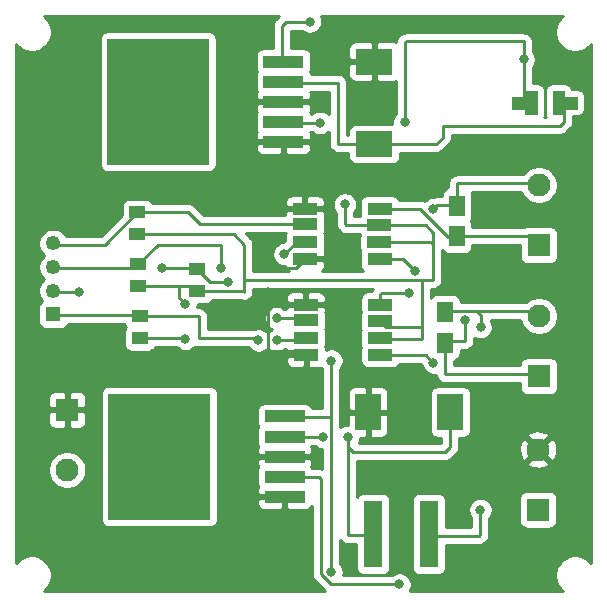
<source format=gbr>
%TF.GenerationSoftware,KiCad,Pcbnew,(5.1.6)-1*%
%TF.CreationDate,2020-08-14T09:47:52+03:00*%
%TF.ProjectId,Circuit Thesis,43697263-7569-4742-9054-68657369732e,rev?*%
%TF.SameCoordinates,Original*%
%TF.FileFunction,Copper,L2,Bot*%
%TF.FilePolarity,Positive*%
%FSLAX46Y46*%
G04 Gerber Fmt 4.6, Leading zero omitted, Abs format (unit mm)*
G04 Created by KiCad (PCBNEW (5.1.6)-1) date 2020-08-14 09:47:52*
%MOMM*%
%LPD*%
G01*
G04 APERTURE LIST*
%TA.AperFunction,EtchedComponent*%
%ADD10C,0.010000*%
%TD*%
%TA.AperFunction,Conductor*%
%ADD11R,8.600000X10.700000*%
%TD*%
%TA.AperFunction,Conductor*%
%ADD12R,3.400000X1.000000*%
%TD*%
%TA.AperFunction,SMDPad,CuDef*%
%ADD13R,1.600000X5.700000*%
%TD*%
%TA.AperFunction,Conductor*%
%ADD14R,0.900000X0.900000*%
%TD*%
%TA.AperFunction,SMDPad,CuDef*%
%ADD15R,1.320000X1.810000*%
%TD*%
%TA.AperFunction,SMDPad,CuDef*%
%ADD16R,1.420000X1.000000*%
%TD*%
%TA.AperFunction,ComponentPad*%
%ADD17R,1.950000X1.950000*%
%TD*%
%TA.AperFunction,ComponentPad*%
%ADD18C,1.950000*%
%TD*%
%TA.AperFunction,ComponentPad*%
%ADD19R,1.250000X1.250000*%
%TD*%
%TA.AperFunction,ComponentPad*%
%ADD20C,1.250000*%
%TD*%
%TA.AperFunction,SMDPad,CuDef*%
%ADD21R,3.120000X2.180000*%
%TD*%
%TA.AperFunction,SMDPad,CuDef*%
%ADD22R,2.180000X3.120000*%
%TD*%
%TA.AperFunction,SMDPad,CuDef*%
%ADD23R,2.100000X1.000000*%
%TD*%
%TA.AperFunction,ViaPad*%
%ADD24C,0.800000*%
%TD*%
%TA.AperFunction,Conductor*%
%ADD25C,0.250000*%
%TD*%
%TA.AperFunction,Conductor*%
%ADD26C,0.254000*%
%TD*%
G04 APERTURE END LIST*
D10*
%TO.C,L1*%
G36*
X169800000Y-76487400D02*
G01*
X169800000Y-75987400D01*
X170800000Y-75987400D01*
X170800000Y-77987400D01*
X169800000Y-77987400D01*
X169800000Y-77487400D01*
X168700000Y-77487400D01*
X168700000Y-76487400D01*
X169800000Y-76487400D01*
G37*
X169800000Y-76487400D02*
X169800000Y-75987400D01*
X170800000Y-75987400D01*
X170800000Y-77987400D01*
X169800000Y-77987400D01*
X169800000Y-77487400D01*
X168700000Y-77487400D01*
X168700000Y-76487400D01*
X169800000Y-76487400D01*
G36*
X173100000Y-76487400D02*
G01*
X173100000Y-75987400D01*
X172100000Y-75987400D01*
X172100000Y-77987400D01*
X173100000Y-77987400D01*
X173100000Y-77487400D01*
X174200000Y-77487400D01*
X174200000Y-76487400D01*
X173100000Y-76487400D01*
G37*
X173100000Y-76487400D02*
X173100000Y-75987400D01*
X172100000Y-75987400D01*
X172100000Y-77987400D01*
X173100000Y-77987400D01*
X173100000Y-77487400D01*
X174200000Y-77487400D01*
X174200000Y-76487400D01*
X173100000Y-76487400D01*
%TD*%
D11*
%TO.N,N/C*%
%TO.C,U3*%
X138811000Y-106959400D03*
D12*
%TO.N,GND*%
X149411000Y-110359400D03*
%TO.N,Net-(C8-Pad1)*%
X149411000Y-108659400D03*
%TO.N,GND*%
X149411000Y-106959400D03*
%TO.N,Net-(D2-PadC)*%
X149411000Y-105259400D03*
%TO.N,Net-(C1-Pad1)*%
X149411000Y-103559400D03*
%TD*%
%TO.N,Net-(C1-Pad1)*%
%TO.C,U4*%
X149309400Y-73511200D03*
%TO.N,Net-(D1-PadC)*%
X149309400Y-75211200D03*
%TO.N,GND*%
X149309400Y-76911200D03*
%TO.N,Net-(C3-Pad2)*%
X149309400Y-78611200D03*
%TO.N,GND*%
X149309400Y-80311200D03*
D11*
%TO.N,N/C*%
X138709400Y-76911200D03*
%TD*%
D13*
%TO.P,L2,1*%
%TO.N,Net-(D2-PadC)*%
X156908000Y-113512600D03*
%TO.P,L2,2*%
%TO.N,Net-(C8-Pad1)*%
X161608000Y-113512600D03*
%TD*%
D14*
%TO.N,Net-(D1-PadC)*%
%TO.C,L1*%
X172600000Y-76987400D03*
%TO.N,VCC*%
X170300000Y-76987400D03*
%TD*%
D15*
%TO.P,C5,1*%
%TO.N,Net-(C5-Pad1)*%
X163000000Y-97300000D03*
%TO.P,C5,2*%
%TO.N,Net-(C5-Pad2)*%
X163000000Y-94700000D03*
%TD*%
%TO.P,C4,1*%
%TO.N,Net-(C4-Pad1)*%
X164000000Y-88300000D03*
%TO.P,C4,2*%
%TO.N,Net-(C4-Pad2)*%
X164000000Y-85700000D03*
%TD*%
D16*
%TO.P,R4,1*%
%TO.N,VCC*%
X142000000Y-92935000D03*
%TO.P,R4,2*%
%TO.N,Net-(J8-Pad2)*%
X142000000Y-91065000D03*
%TD*%
%TO.P,R3,1*%
%TO.N,VCC*%
X137150000Y-96940000D03*
%TO.P,R3,2*%
%TO.N,Net-(J8-Pad1)*%
X137150000Y-95070000D03*
%TD*%
%TO.P,R2,1*%
%TO.N,VCC*%
X137000000Y-92530000D03*
%TO.P,R2,2*%
%TO.N,Net-(J8-Pad3)*%
X137000000Y-90660000D03*
%TD*%
%TO.P,R1,1*%
%TO.N,VCC*%
X136950000Y-88120000D03*
%TO.P,R1,2*%
%TO.N,Net-(J8-Pad4)*%
X136950000Y-86250000D03*
%TD*%
D17*
%TO.P,J6,1*%
%TO.N,Net-(C5-Pad1)*%
X170942000Y-100139500D03*
D18*
%TO.P,J6,2*%
%TO.N,Net-(C5-Pad2)*%
X170942000Y-95059500D03*
%TD*%
D17*
%TO.P,J5,1*%
%TO.N,Net-(C4-Pad1)*%
X170916600Y-89052400D03*
D18*
%TO.P,J5,2*%
%TO.N,Net-(C4-Pad2)*%
X170916600Y-83972400D03*
%TD*%
D17*
%TO.P,J2,1*%
%TO.N,Net-(C8-Pad1)*%
X170878500Y-111442500D03*
D18*
%TO.P,J2,2*%
%TO.N,GND*%
X170878500Y-106362500D03*
%TD*%
D17*
%TO.P,J1,1*%
%TO.N,GND*%
X131000000Y-103000000D03*
D18*
%TO.P,J1,2*%
%TO.N,Net-(C1-Pad1)*%
X131000000Y-108080000D03*
%TD*%
D19*
%TO.P,J8,1*%
%TO.N,Net-(J8-Pad1)*%
X129819400Y-94913200D03*
D20*
%TO.P,J8,2*%
%TO.N,Net-(J8-Pad2)*%
X129819400Y-92913200D03*
%TO.P,J8,3*%
%TO.N,Net-(J8-Pad3)*%
X129819400Y-90913200D03*
%TO.P,J8,4*%
%TO.N,Net-(J8-Pad4)*%
X129819400Y-88913200D03*
%TD*%
D21*
%TO.P,D1,A*%
%TO.N,GND*%
X157000000Y-73515000D03*
%TO.P,D1,C*%
%TO.N,Net-(D1-PadC)*%
X157000000Y-80485000D03*
%TD*%
D22*
%TO.P,D2,A*%
%TO.N,GND*%
X156471500Y-103187500D03*
%TO.P,D2,C*%
%TO.N,Net-(D2-PadC)*%
X163441500Y-103187500D03*
%TD*%
D23*
%TO.P,U2,1*%
%TO.N,Net-(C5-Pad1)*%
X157518100Y-94081600D03*
%TO.P,U2,2*%
%TO.N,VCC*%
X157492700Y-95504000D03*
%TO.P,U2,3*%
X157492700Y-96951800D03*
%TO.P,U2,4*%
%TO.N,Net-(C5-Pad2)*%
X157518100Y-98348800D03*
%TO.P,U2,5*%
%TO.N,GND*%
X151218900Y-98348800D03*
%TO.P,U2,6*%
%TO.N,Net-(J8-Pad1)*%
X151218900Y-96901000D03*
%TO.P,U2,7*%
%TO.N,Net-(J8-Pad2)*%
X151193500Y-95402400D03*
%TO.P,U2,8*%
%TO.N,GND*%
X151193500Y-94081600D03*
%TD*%
%TO.P,U1,1*%
%TO.N,Net-(C4-Pad1)*%
X157454600Y-85953600D03*
%TO.P,U1,2*%
%TO.N,VCC*%
X157429200Y-87376000D03*
%TO.P,U1,3*%
X157429200Y-88823800D03*
%TO.P,U1,4*%
%TO.N,Net-(C4-Pad2)*%
X157454600Y-90220800D03*
%TO.P,U1,5*%
%TO.N,GND*%
X151155400Y-90220800D03*
%TO.P,U1,6*%
%TO.N,Net-(J8-Pad3)*%
X151155400Y-88773000D03*
%TO.P,U1,7*%
%TO.N,Net-(J8-Pad4)*%
X151130000Y-87274400D03*
%TO.P,U1,8*%
%TO.N,GND*%
X151130000Y-85953600D03*
%TD*%
D24*
%TO.N,GND*%
X148000000Y-93000000D03*
X148000000Y-91000000D03*
X156921200Y-70713600D03*
%TO.N,Net-(C1-Pad1)*%
X153365200Y-98831400D03*
X153365200Y-116738400D03*
X151536400Y-70129400D03*
%TO.N,Net-(C3-Pad2)*%
X152410800Y-78700000D03*
%TO.N,Net-(C4-Pad2)*%
X162000000Y-86000000D03*
X160477200Y-91275000D03*
%TO.N,Net-(C5-Pad2)*%
X162000000Y-99000000D03*
X166000000Y-96000000D03*
%TO.N,Net-(C5-Pad1)*%
X164693600Y-95375000D03*
X159943800Y-93065600D03*
%TO.N,Net-(C8-Pad1)*%
X159131000Y-117779800D03*
X165989000Y-111455200D03*
%TO.N,Net-(J8-Pad3)*%
X144000000Y-91000000D03*
X149389202Y-89809914D03*
%TO.N,Net-(J8-Pad2)*%
X132000000Y-93000000D03*
X139000000Y-91000000D03*
X144602200Y-92151200D03*
X148725000Y-95224600D03*
%TO.N,Net-(J8-Pad1)*%
X147193000Y-97118000D03*
X148725000Y-97118000D03*
%TO.N,VCC*%
X141000000Y-94000000D03*
X141000000Y-97000000D03*
X159562800Y-78613000D03*
X169646600Y-73329800D03*
X154508200Y-85598000D03*
%TO.N,Net-(D2-PadC)*%
X152640200Y-105283000D03*
X154762200Y-105283000D03*
%TD*%
D25*
%TO.N,GND*%
X151193500Y-94081600D02*
X148081600Y-94081600D01*
X148081600Y-94081600D02*
X148000000Y-94163200D01*
X148000000Y-94163200D02*
X148000000Y-98000000D01*
X150870100Y-98000000D02*
X151218900Y-98348800D01*
X148000000Y-98000000D02*
X150870100Y-98000000D01*
X148000000Y-94163200D02*
X148000000Y-93000000D01*
X150376200Y-91000000D02*
X151155400Y-90220800D01*
X148000000Y-91000000D02*
X150376200Y-91000000D01*
X157000000Y-70792400D02*
X156921200Y-70713600D01*
X157000000Y-73515000D02*
X157000000Y-70792400D01*
%TO.N,Net-(C1-Pad1)*%
X149775000Y-103600000D02*
X153346400Y-103600000D01*
X153346400Y-103600000D02*
X153365200Y-103581200D01*
X153365200Y-103581200D02*
X153365200Y-98831400D01*
X153365200Y-103581200D02*
X153365200Y-116738400D01*
X153365200Y-116738400D02*
X153365200Y-116840000D01*
X149150000Y-73600000D02*
X149150000Y-70483800D01*
X149150000Y-70483800D02*
X149504400Y-70129400D01*
X149504400Y-70129400D02*
X151536400Y-70129400D01*
%TO.N,Net-(C3-Pad2)*%
X149150000Y-78700000D02*
X152410800Y-78700000D01*
%TO.N,Net-(C4-Pad2)*%
X164000000Y-85650000D02*
X162350000Y-85650000D01*
X162350000Y-85650000D02*
X162000000Y-86000000D01*
X159423000Y-90220800D02*
X160477200Y-91275000D01*
X157454600Y-90220800D02*
X159423000Y-90220800D01*
X170772000Y-83827800D02*
X170916600Y-83972400D01*
X164000000Y-83827800D02*
X170772000Y-83827800D01*
X164000000Y-83827800D02*
X164000000Y-85650000D01*
%TO.N,Net-(C4-Pad1)*%
X163276998Y-88350000D02*
X164000000Y-88350000D01*
X160880598Y-85953600D02*
X163276998Y-88350000D01*
X157454600Y-85953600D02*
X160880598Y-85953600D01*
X170164200Y-88300000D02*
X170916600Y-89052400D01*
X164000000Y-88300000D02*
X170164200Y-88300000D01*
%TO.N,Net-(C5-Pad2)*%
X170532500Y-94650000D02*
X170942000Y-95059500D01*
X163000000Y-94650000D02*
X170532500Y-94650000D01*
X160348800Y-98348800D02*
X161348800Y-98348800D01*
X160348800Y-98348800D02*
X160651200Y-98348800D01*
X157518100Y-98348800D02*
X160348800Y-98348800D01*
X161348800Y-98348800D02*
X162000000Y-99000000D01*
X163000000Y-94650000D02*
X165650000Y-94650000D01*
X165650000Y-94650000D02*
X166000000Y-95000000D01*
X166000000Y-95000000D02*
X166000000Y-96000000D01*
%TO.N,Net-(C5-Pad1)*%
X163000000Y-97350000D02*
X163000000Y-100000000D01*
X170802500Y-100000000D02*
X170942000Y-100139500D01*
X163000000Y-100000000D02*
X170802500Y-100000000D01*
X157518100Y-94081600D02*
X157518100Y-93179900D01*
X157518100Y-93179900D02*
X157632400Y-93065600D01*
X157632400Y-93065600D02*
X159943800Y-93065600D01*
X164693600Y-95375000D02*
X164693600Y-97155000D01*
X163195000Y-97155000D02*
X163000000Y-97350000D01*
X164693600Y-97155000D02*
X163195000Y-97155000D01*
%TO.N,Net-(C8-Pad1)*%
X152325000Y-108700000D02*
X152450800Y-108825800D01*
X149775000Y-108700000D02*
X152325000Y-108700000D01*
X152450800Y-116897002D02*
X153333598Y-117779800D01*
X152450800Y-108825800D02*
X152450800Y-116897002D01*
X153333598Y-117779800D02*
X159131000Y-117779800D01*
X161823000Y-113665000D02*
X165887400Y-113665000D01*
X165989000Y-113563400D02*
X165989000Y-111455200D01*
X165887400Y-113665000D02*
X165989000Y-113563400D01*
%TO.N,Net-(J8-Pad4)*%
X134197500Y-89000000D02*
X136950000Y-86247500D01*
X130000000Y-89000000D02*
X134197500Y-89000000D01*
X136950000Y-86247500D02*
X141247500Y-86247500D01*
X142274400Y-87274400D02*
X151130000Y-87274400D01*
X141247500Y-86247500D02*
X142274400Y-87274400D01*
%TO.N,Net-(J8-Pad3)*%
X136657500Y-91000000D02*
X137000000Y-90657500D01*
X130000000Y-91000000D02*
X136657500Y-91000000D01*
X137000000Y-90657500D02*
X138657500Y-89000000D01*
X138657500Y-89000000D02*
X144000000Y-89000000D01*
X144000000Y-89000000D02*
X144000000Y-91000000D01*
X150426116Y-88773000D02*
X151155400Y-88773000D01*
X149389202Y-89809914D02*
X150426116Y-88773000D01*
%TO.N,Net-(J8-Pad2)*%
X130000000Y-93000000D02*
X132000000Y-93000000D01*
X141937500Y-91000000D02*
X142000000Y-91062500D01*
X139000000Y-91000000D02*
X141937500Y-91000000D01*
X142000000Y-91062500D02*
X143088700Y-92151200D01*
X143088700Y-92151200D02*
X144602200Y-92151200D01*
X151015700Y-95224600D02*
X151193500Y-95402400D01*
X148725000Y-95224600D02*
X151015700Y-95224600D01*
%TO.N,Net-(J8-Pad1)*%
X137082500Y-95000000D02*
X137150000Y-95067500D01*
X130000000Y-95000000D02*
X137082500Y-95000000D01*
X137150000Y-95067500D02*
X142133700Y-95067500D01*
X142133700Y-95067500D02*
X142138400Y-95072200D01*
X142138400Y-95072200D02*
X142138400Y-96951800D01*
X142138400Y-96951800D02*
X147193000Y-96951800D01*
X147193000Y-96951800D02*
X147193000Y-97118000D01*
X151001900Y-97118000D02*
X151218900Y-96901000D01*
X148725000Y-97118000D02*
X151001900Y-97118000D01*
%TO.N,VCC*%
X138877500Y-88122500D02*
X145122500Y-88122500D01*
X138877500Y-88122500D02*
X140122500Y-88122500D01*
X136950000Y-88122500D02*
X138877500Y-88122500D01*
X145122500Y-88122500D02*
X146000000Y-89000000D01*
X141595000Y-92532500D02*
X142000000Y-92937500D01*
X145937500Y-92937500D02*
X146000000Y-93000000D01*
X142000000Y-92937500D02*
X145937500Y-92937500D01*
X146000000Y-92000000D02*
X146000000Y-93000000D01*
X146000000Y-89000000D02*
X146000000Y-92000000D01*
X161376000Y-87376000D02*
X157429200Y-87376000D01*
X162000000Y-88000000D02*
X161376000Y-87376000D01*
X157429200Y-88823800D02*
X161823800Y-88823800D01*
X161823800Y-88823800D02*
X162000000Y-89000000D01*
X162000000Y-89000000D02*
X162000000Y-88000000D01*
X161000000Y-92000000D02*
X161000000Y-96000000D01*
X161000000Y-92000000D02*
X162000000Y-92000000D01*
X146000000Y-92000000D02*
X161000000Y-92000000D01*
X157988700Y-96000000D02*
X157492700Y-95504000D01*
X161000000Y-96000000D02*
X157988700Y-96000000D01*
X161000000Y-96000000D02*
X161000000Y-97000000D01*
X157540900Y-97000000D02*
X157492700Y-96951800D01*
X161000000Y-97000000D02*
X157540900Y-97000000D01*
X140467500Y-93467500D02*
X141000000Y-94000000D01*
X140467500Y-92532500D02*
X140467500Y-93467500D01*
X140467500Y-92532500D02*
X141595000Y-92532500D01*
X137000000Y-92532500D02*
X140467500Y-92532500D01*
X137150000Y-96942500D02*
X140942500Y-96942500D01*
X140942500Y-96942500D02*
X141000000Y-97000000D01*
X159562800Y-78613000D02*
X159562800Y-71907400D01*
X159670200Y-71800000D02*
X167000000Y-71800000D01*
X159562800Y-71907400D02*
X159670200Y-71800000D01*
X167000000Y-71800000D02*
X169640800Y-71800000D01*
X169640800Y-71800000D02*
X169646600Y-71805800D01*
X169646600Y-71805800D02*
X169646600Y-73329800D01*
X154508200Y-85598000D02*
X154508200Y-87249000D01*
X154635200Y-87376000D02*
X157429200Y-87376000D01*
X154508200Y-87249000D02*
X154635200Y-87376000D01*
X162000000Y-90245000D02*
X162000000Y-89000000D01*
X162000000Y-92000000D02*
X162000000Y-90245000D01*
X169646600Y-76334000D02*
X170300000Y-76987400D01*
X169646600Y-73329800D02*
X169646600Y-76334000D01*
%TO.N,Net-(D1-PadC)*%
X157000000Y-80485000D02*
X153916400Y-80485000D01*
X153916400Y-80485000D02*
X153898600Y-80467200D01*
X153898600Y-80467200D02*
X153898600Y-75285600D01*
X153884200Y-75300000D02*
X149150000Y-75300000D01*
X153898600Y-75285600D02*
X153884200Y-75300000D01*
X157000000Y-80485000D02*
X162262800Y-80485000D01*
X162262800Y-80485000D02*
X162788600Y-79959200D01*
X162788600Y-79959200D02*
X162788600Y-79019400D01*
X162788600Y-79019400D02*
X162839400Y-78968600D01*
X162839400Y-78968600D02*
X172694600Y-78968600D01*
X172694600Y-78968600D02*
X173075600Y-78587600D01*
X173075600Y-77463000D02*
X172600000Y-76987400D01*
X173075600Y-78587600D02*
X173075600Y-77463000D01*
%TO.N,Net-(D2-PadC)*%
X163027600Y-106553000D02*
X155194000Y-106553000D01*
X163441500Y-103187500D02*
X163441500Y-106139100D01*
X163441500Y-106139100D02*
X163027600Y-106553000D01*
X149775000Y-105300000D02*
X152623200Y-105300000D01*
X152623200Y-105300000D02*
X152640200Y-105283000D01*
X154762200Y-106121200D02*
X155194000Y-106553000D01*
X154762200Y-105283000D02*
X154762200Y-106121200D01*
X154762200Y-106121200D02*
X154762200Y-113588800D01*
X154762200Y-113588800D02*
X154787600Y-113614200D01*
X156406400Y-113614200D02*
X156508000Y-113512600D01*
X154787600Y-113614200D02*
X156406400Y-113614200D01*
%TD*%
D26*
%TO.N,GND*%
G36*
X148638998Y-69920001D02*
G01*
X148610000Y-69943799D01*
X148586202Y-69972797D01*
X148586201Y-69972798D01*
X148515026Y-70059524D01*
X148444454Y-70191554D01*
X148400998Y-70334815D01*
X148386324Y-70483800D01*
X148390001Y-70521132D01*
X148390000Y-72373128D01*
X147609400Y-72373128D01*
X147484918Y-72385388D01*
X147365220Y-72421698D01*
X147254906Y-72480663D01*
X147158215Y-72560015D01*
X147078863Y-72656706D01*
X147019898Y-72767020D01*
X146983588Y-72886718D01*
X146971328Y-73011200D01*
X146971328Y-74011200D01*
X146983588Y-74135682D01*
X147019898Y-74255380D01*
X147076461Y-74361200D01*
X147019898Y-74467020D01*
X146983588Y-74586718D01*
X146971328Y-74711200D01*
X146971328Y-75711200D01*
X146983588Y-75835682D01*
X147019898Y-75955380D01*
X147076461Y-76061200D01*
X147019898Y-76167020D01*
X146983588Y-76286718D01*
X146971328Y-76411200D01*
X146974400Y-76625450D01*
X147133150Y-76784200D01*
X149182400Y-76784200D01*
X149182400Y-76764200D01*
X149436400Y-76764200D01*
X149436400Y-76784200D01*
X151485650Y-76784200D01*
X151644400Y-76625450D01*
X151647472Y-76411200D01*
X151635212Y-76286718D01*
X151598902Y-76167020D01*
X151542339Y-76061200D01*
X151542981Y-76060000D01*
X153138601Y-76060000D01*
X153138600Y-77964089D01*
X153070574Y-77896063D01*
X152901056Y-77782795D01*
X152712698Y-77704774D01*
X152512739Y-77665000D01*
X152308861Y-77665000D01*
X152108902Y-77704774D01*
X151920544Y-77782795D01*
X151751026Y-77896063D01*
X151707089Y-77940000D01*
X151621040Y-77940000D01*
X151598902Y-77867020D01*
X151542339Y-77761200D01*
X151598902Y-77655380D01*
X151635212Y-77535682D01*
X151647472Y-77411200D01*
X151644400Y-77196950D01*
X151485650Y-77038200D01*
X149436400Y-77038200D01*
X149436400Y-77058200D01*
X149182400Y-77058200D01*
X149182400Y-77038200D01*
X147133150Y-77038200D01*
X146974400Y-77196950D01*
X146971328Y-77411200D01*
X146983588Y-77535682D01*
X147019898Y-77655380D01*
X147076461Y-77761200D01*
X147019898Y-77867020D01*
X146983588Y-77986718D01*
X146971328Y-78111200D01*
X146971328Y-79111200D01*
X146983588Y-79235682D01*
X147019898Y-79355380D01*
X147076461Y-79461200D01*
X147019898Y-79567020D01*
X146983588Y-79686718D01*
X146971328Y-79811200D01*
X146974400Y-80025450D01*
X147133150Y-80184200D01*
X149182400Y-80184200D01*
X149182400Y-80164200D01*
X149436400Y-80164200D01*
X149436400Y-80184200D01*
X151485650Y-80184200D01*
X151644400Y-80025450D01*
X151647472Y-79811200D01*
X151635212Y-79686718D01*
X151598902Y-79567020D01*
X151542339Y-79461200D01*
X151542981Y-79460000D01*
X151707089Y-79460000D01*
X151751026Y-79503937D01*
X151920544Y-79617205D01*
X152108902Y-79695226D01*
X152308861Y-79735000D01*
X152512739Y-79735000D01*
X152712698Y-79695226D01*
X152901056Y-79617205D01*
X153070574Y-79503937D01*
X153138600Y-79435911D01*
X153138600Y-80429877D01*
X153134924Y-80467200D01*
X153138600Y-80504522D01*
X153138600Y-80504532D01*
X153149597Y-80616185D01*
X153164328Y-80664746D01*
X153193054Y-80759446D01*
X153263626Y-80891476D01*
X153299905Y-80935682D01*
X153358599Y-81007201D01*
X153368376Y-81015224D01*
X153376399Y-81025001D01*
X153492124Y-81119974D01*
X153624153Y-81190546D01*
X153767414Y-81234003D01*
X153879067Y-81245000D01*
X153879077Y-81245000D01*
X153916399Y-81248676D01*
X153953722Y-81245000D01*
X154801928Y-81245000D01*
X154801928Y-81575000D01*
X154814188Y-81699482D01*
X154850498Y-81819180D01*
X154909463Y-81929494D01*
X154988815Y-82026185D01*
X155085506Y-82105537D01*
X155195820Y-82164502D01*
X155315518Y-82200812D01*
X155440000Y-82213072D01*
X158560000Y-82213072D01*
X158684482Y-82200812D01*
X158804180Y-82164502D01*
X158914494Y-82105537D01*
X159011185Y-82026185D01*
X159090537Y-81929494D01*
X159149502Y-81819180D01*
X159185812Y-81699482D01*
X159198072Y-81575000D01*
X159198072Y-81245000D01*
X162225478Y-81245000D01*
X162262800Y-81248676D01*
X162300122Y-81245000D01*
X162300133Y-81245000D01*
X162411786Y-81234003D01*
X162555047Y-81190546D01*
X162687076Y-81119974D01*
X162802801Y-81025001D01*
X162826603Y-80995998D01*
X163299609Y-80522994D01*
X163328601Y-80499201D01*
X163352395Y-80470208D01*
X163352399Y-80470204D01*
X163423573Y-80383477D01*
X163423574Y-80383476D01*
X163494146Y-80251447D01*
X163537603Y-80108186D01*
X163548600Y-79996533D01*
X163548600Y-79996524D01*
X163552276Y-79959201D01*
X163548600Y-79921878D01*
X163548600Y-79728600D01*
X172657278Y-79728600D01*
X172694600Y-79732276D01*
X172731922Y-79728600D01*
X172731933Y-79728600D01*
X172843586Y-79717603D01*
X172986847Y-79674146D01*
X173118876Y-79603574D01*
X173234601Y-79508601D01*
X173258404Y-79479597D01*
X173586598Y-79151403D01*
X173615601Y-79127601D01*
X173710574Y-79011876D01*
X173781146Y-78879847D01*
X173824603Y-78736586D01*
X173835600Y-78624933D01*
X173835600Y-78624924D01*
X173839276Y-78587601D01*
X173835600Y-78550278D01*
X173835600Y-78127400D01*
X174200000Y-78127400D01*
X174259938Y-78121523D01*
X174319924Y-78116064D01*
X174322079Y-78115430D01*
X174324310Y-78115211D01*
X174381891Y-78097826D01*
X174439748Y-78080798D01*
X174441740Y-78079757D01*
X174443885Y-78079109D01*
X174497082Y-78050824D01*
X174550440Y-78022929D01*
X174552185Y-78021526D01*
X174554171Y-78020470D01*
X174600854Y-77982395D01*
X174647785Y-77944663D01*
X174649230Y-77942941D01*
X174650966Y-77941525D01*
X174689293Y-77895196D01*
X174728073Y-77848979D01*
X174729156Y-77847009D01*
X174730584Y-77845283D01*
X174759183Y-77792391D01*
X174788247Y-77739523D01*
X174788927Y-77737380D01*
X174789992Y-77735410D01*
X174807796Y-77677895D01*
X174826014Y-77620463D01*
X174826264Y-77618235D01*
X174826928Y-77616090D01*
X174833220Y-77556223D01*
X174839938Y-77496336D01*
X174839968Y-77492021D01*
X174839984Y-77491868D01*
X174839970Y-77491715D01*
X174840000Y-77487400D01*
X174840000Y-76487400D01*
X174834123Y-76427462D01*
X174828664Y-76367476D01*
X174828030Y-76365321D01*
X174827811Y-76363090D01*
X174810426Y-76305509D01*
X174793398Y-76247652D01*
X174792357Y-76245660D01*
X174791709Y-76243515D01*
X174763424Y-76190318D01*
X174735529Y-76136960D01*
X174734126Y-76135215D01*
X174733070Y-76133229D01*
X174694995Y-76086546D01*
X174657263Y-76039615D01*
X174655541Y-76038170D01*
X174654125Y-76036434D01*
X174607796Y-75998107D01*
X174561579Y-75959327D01*
X174559609Y-75958244D01*
X174557883Y-75956816D01*
X174504991Y-75928217D01*
X174452123Y-75899153D01*
X174449980Y-75898473D01*
X174448010Y-75897408D01*
X174390495Y-75879604D01*
X174333063Y-75861386D01*
X174330835Y-75861136D01*
X174328690Y-75860472D01*
X174268823Y-75854180D01*
X174208936Y-75847462D01*
X174204621Y-75847432D01*
X174204468Y-75847416D01*
X174204315Y-75847430D01*
X174200000Y-75847400D01*
X173723074Y-75847400D01*
X173710426Y-75805509D01*
X173693398Y-75747652D01*
X173692357Y-75745660D01*
X173691709Y-75743515D01*
X173663424Y-75690318D01*
X173635529Y-75636960D01*
X173634126Y-75635215D01*
X173633070Y-75633229D01*
X173594995Y-75586546D01*
X173557263Y-75539615D01*
X173555541Y-75538170D01*
X173554125Y-75536434D01*
X173507796Y-75498107D01*
X173461579Y-75459327D01*
X173459609Y-75458244D01*
X173457883Y-75456816D01*
X173404991Y-75428217D01*
X173352123Y-75399153D01*
X173349980Y-75398473D01*
X173348010Y-75397408D01*
X173290495Y-75379604D01*
X173233063Y-75361386D01*
X173230835Y-75361136D01*
X173228690Y-75360472D01*
X173168823Y-75354180D01*
X173108936Y-75347462D01*
X173104621Y-75347432D01*
X173104468Y-75347416D01*
X173104315Y-75347430D01*
X173100000Y-75347400D01*
X172100000Y-75347400D01*
X172040062Y-75353277D01*
X171980076Y-75358736D01*
X171977921Y-75359370D01*
X171975690Y-75359589D01*
X171918109Y-75376974D01*
X171860252Y-75394002D01*
X171858260Y-75395043D01*
X171856115Y-75395691D01*
X171802918Y-75423976D01*
X171749560Y-75451871D01*
X171747815Y-75453274D01*
X171745829Y-75454330D01*
X171699146Y-75492405D01*
X171652215Y-75530137D01*
X171650770Y-75531859D01*
X171649034Y-75533275D01*
X171610707Y-75579604D01*
X171571927Y-75625821D01*
X171570844Y-75627791D01*
X171569416Y-75629517D01*
X171540817Y-75682409D01*
X171511753Y-75735277D01*
X171511073Y-75737420D01*
X171510008Y-75739390D01*
X171492204Y-75796905D01*
X171473986Y-75854337D01*
X171473736Y-75856565D01*
X171473072Y-75858710D01*
X171466780Y-75918577D01*
X171460062Y-75978464D01*
X171460032Y-75982779D01*
X171460016Y-75982932D01*
X171460030Y-75983085D01*
X171460000Y-75987400D01*
X171460000Y-77987400D01*
X171465877Y-78047338D01*
X171471336Y-78107324D01*
X171471970Y-78109479D01*
X171472189Y-78111710D01*
X171489574Y-78169291D01*
X171501143Y-78208600D01*
X171398291Y-78208600D01*
X171407796Y-78177895D01*
X171426014Y-78120463D01*
X171426264Y-78118235D01*
X171426928Y-78116090D01*
X171433220Y-78056223D01*
X171439938Y-77996336D01*
X171439968Y-77992021D01*
X171439984Y-77991868D01*
X171439970Y-77991715D01*
X171440000Y-77987400D01*
X171440000Y-75987400D01*
X171434123Y-75927462D01*
X171428664Y-75867476D01*
X171428030Y-75865321D01*
X171427811Y-75863090D01*
X171410426Y-75805509D01*
X171393398Y-75747652D01*
X171392357Y-75745660D01*
X171391709Y-75743515D01*
X171363424Y-75690318D01*
X171335529Y-75636960D01*
X171334126Y-75635215D01*
X171333070Y-75633229D01*
X171294995Y-75586546D01*
X171257263Y-75539615D01*
X171255541Y-75538170D01*
X171254125Y-75536434D01*
X171207796Y-75498107D01*
X171161579Y-75459327D01*
X171159609Y-75458244D01*
X171157883Y-75456816D01*
X171104991Y-75428217D01*
X171052123Y-75399153D01*
X171049980Y-75398473D01*
X171048010Y-75397408D01*
X170990495Y-75379604D01*
X170933063Y-75361386D01*
X170930835Y-75361136D01*
X170928690Y-75360472D01*
X170868823Y-75354180D01*
X170808936Y-75347462D01*
X170804621Y-75347432D01*
X170804468Y-75347416D01*
X170804315Y-75347430D01*
X170800000Y-75347400D01*
X170406600Y-75347400D01*
X170406600Y-74033511D01*
X170450537Y-73989574D01*
X170563805Y-73820056D01*
X170641826Y-73631698D01*
X170681600Y-73431739D01*
X170681600Y-73227861D01*
X170641826Y-73027902D01*
X170563805Y-72839544D01*
X170450537Y-72670026D01*
X170406600Y-72626089D01*
X170406600Y-71843122D01*
X170410276Y-71805799D01*
X170406600Y-71768477D01*
X170406600Y-71768467D01*
X170395603Y-71656814D01*
X170352146Y-71513553D01*
X170281574Y-71381524D01*
X170186601Y-71265799D01*
X170183415Y-71263185D01*
X170180801Y-71259999D01*
X170065076Y-71165026D01*
X169933047Y-71094454D01*
X169789786Y-71050997D01*
X169678133Y-71040000D01*
X169678122Y-71040000D01*
X169640800Y-71036324D01*
X169603478Y-71040000D01*
X159707533Y-71040000D01*
X159670200Y-71036323D01*
X159632867Y-71040000D01*
X159521214Y-71050997D01*
X159377953Y-71094454D01*
X159245924Y-71165026D01*
X159130199Y-71259999D01*
X159106396Y-71289003D01*
X159051798Y-71343601D01*
X159022800Y-71367399D01*
X158999002Y-71396397D01*
X158999001Y-71396398D01*
X158927826Y-71483124D01*
X158857254Y-71615154D01*
X158813798Y-71758415D01*
X158806105Y-71836527D01*
X158804180Y-71835498D01*
X158684482Y-71799188D01*
X158560000Y-71786928D01*
X157285750Y-71790000D01*
X157127000Y-71948750D01*
X157127000Y-73388000D01*
X157147000Y-73388000D01*
X157147000Y-73642000D01*
X157127000Y-73642000D01*
X157127000Y-75081250D01*
X157285750Y-75240000D01*
X158560000Y-75243072D01*
X158684482Y-75230812D01*
X158802801Y-75194920D01*
X158802800Y-77909289D01*
X158758863Y-77953226D01*
X158645595Y-78122744D01*
X158567574Y-78311102D01*
X158527800Y-78511061D01*
X158527800Y-78714939D01*
X158536152Y-78756928D01*
X155440000Y-78756928D01*
X155315518Y-78769188D01*
X155195820Y-78805498D01*
X155085506Y-78864463D01*
X154988815Y-78943815D01*
X154909463Y-79040506D01*
X154850498Y-79150820D01*
X154814188Y-79270518D01*
X154801928Y-79395000D01*
X154801928Y-79725000D01*
X154658600Y-79725000D01*
X154658600Y-75322925D01*
X154662276Y-75285600D01*
X154658600Y-75248275D01*
X154658600Y-75248267D01*
X154647603Y-75136614D01*
X154604146Y-74993353D01*
X154533574Y-74861324D01*
X154438601Y-74745599D01*
X154322876Y-74650626D01*
X154237518Y-74605000D01*
X154801928Y-74605000D01*
X154814188Y-74729482D01*
X154850498Y-74849180D01*
X154909463Y-74959494D01*
X154988815Y-75056185D01*
X155085506Y-75135537D01*
X155195820Y-75194502D01*
X155315518Y-75230812D01*
X155440000Y-75243072D01*
X156714250Y-75240000D01*
X156873000Y-75081250D01*
X156873000Y-73642000D01*
X154963750Y-73642000D01*
X154805000Y-73800750D01*
X154801928Y-74605000D01*
X154237518Y-74605000D01*
X154190847Y-74580054D01*
X154047586Y-74536597D01*
X153898600Y-74521923D01*
X153749615Y-74536597D01*
X153738397Y-74540000D01*
X151621040Y-74540000D01*
X151598902Y-74467020D01*
X151542339Y-74361200D01*
X151598902Y-74255380D01*
X151635212Y-74135682D01*
X151647472Y-74011200D01*
X151647472Y-73011200D01*
X151635212Y-72886718D01*
X151598902Y-72767020D01*
X151539937Y-72656706D01*
X151460585Y-72560015D01*
X151363894Y-72480663D01*
X151259758Y-72425000D01*
X154801928Y-72425000D01*
X154805000Y-73229250D01*
X154963750Y-73388000D01*
X156873000Y-73388000D01*
X156873000Y-71948750D01*
X156714250Y-71790000D01*
X155440000Y-71786928D01*
X155315518Y-71799188D01*
X155195820Y-71835498D01*
X155085506Y-71894463D01*
X154988815Y-71973815D01*
X154909463Y-72070506D01*
X154850498Y-72180820D01*
X154814188Y-72300518D01*
X154801928Y-72425000D01*
X151259758Y-72425000D01*
X151253580Y-72421698D01*
X151133882Y-72385388D01*
X151009400Y-72373128D01*
X149910000Y-72373128D01*
X149910000Y-70889400D01*
X150832689Y-70889400D01*
X150876626Y-70933337D01*
X151046144Y-71046605D01*
X151234502Y-71124626D01*
X151434461Y-71164400D01*
X151638339Y-71164400D01*
X151838298Y-71124626D01*
X152026656Y-71046605D01*
X152196174Y-70933337D01*
X152340337Y-70789174D01*
X152453605Y-70619656D01*
X152531626Y-70431298D01*
X152571400Y-70231339D01*
X152571400Y-70027461D01*
X152531626Y-69827502D01*
X152462244Y-69660000D01*
X172972532Y-69660000D01*
X172925875Y-69691175D01*
X172691175Y-69925875D01*
X172506772Y-70201853D01*
X172379754Y-70508504D01*
X172315000Y-70834042D01*
X172315000Y-71165958D01*
X172379754Y-71491496D01*
X172506772Y-71798147D01*
X172691175Y-72074125D01*
X172925875Y-72308825D01*
X173201853Y-72493228D01*
X173508504Y-72620246D01*
X173834042Y-72685000D01*
X174165958Y-72685000D01*
X174491496Y-72620246D01*
X174798147Y-72493228D01*
X175074125Y-72308825D01*
X175308825Y-72074125D01*
X175340001Y-72027467D01*
X175340000Y-115972532D01*
X175308825Y-115925875D01*
X175074125Y-115691175D01*
X174798147Y-115506772D01*
X174491496Y-115379754D01*
X174165958Y-115315000D01*
X173834042Y-115315000D01*
X173508504Y-115379754D01*
X173201853Y-115506772D01*
X172925875Y-115691175D01*
X172691175Y-115925875D01*
X172506772Y-116201853D01*
X172379754Y-116508504D01*
X172315000Y-116834042D01*
X172315000Y-117165958D01*
X172379754Y-117491496D01*
X172506772Y-117798147D01*
X172691175Y-118074125D01*
X172925875Y-118308825D01*
X172972532Y-118340000D01*
X160001470Y-118340000D01*
X160048205Y-118270056D01*
X160126226Y-118081698D01*
X160166000Y-117881739D01*
X160166000Y-117677861D01*
X160126226Y-117477902D01*
X160048205Y-117289544D01*
X159934937Y-117120026D01*
X159790774Y-116975863D01*
X159621256Y-116862595D01*
X159432898Y-116784574D01*
X159232939Y-116744800D01*
X159029061Y-116744800D01*
X158829102Y-116784574D01*
X158640744Y-116862595D01*
X158471226Y-116975863D01*
X158427289Y-117019800D01*
X154364503Y-117019800D01*
X154400200Y-116840339D01*
X154400200Y-116636461D01*
X154360426Y-116436502D01*
X154282405Y-116248144D01*
X154169137Y-116078626D01*
X154125200Y-116034689D01*
X154125200Y-114009286D01*
X154127226Y-114013076D01*
X154198401Y-114099802D01*
X154222200Y-114128801D01*
X154236148Y-114140248D01*
X154247599Y-114154201D01*
X154363324Y-114249174D01*
X154495353Y-114319746D01*
X154638614Y-114363203D01*
X154750267Y-114374200D01*
X154750277Y-114374200D01*
X154787599Y-114377876D01*
X154824922Y-114374200D01*
X155469928Y-114374200D01*
X155469928Y-116362600D01*
X155482188Y-116487082D01*
X155518498Y-116606780D01*
X155577463Y-116717094D01*
X155656815Y-116813785D01*
X155753506Y-116893137D01*
X155863820Y-116952102D01*
X155983518Y-116988412D01*
X156108000Y-117000672D01*
X157708000Y-117000672D01*
X157832482Y-116988412D01*
X157952180Y-116952102D01*
X158062494Y-116893137D01*
X158159185Y-116813785D01*
X158238537Y-116717094D01*
X158297502Y-116606780D01*
X158333812Y-116487082D01*
X158346072Y-116362600D01*
X158346072Y-110662600D01*
X160169928Y-110662600D01*
X160169928Y-116362600D01*
X160182188Y-116487082D01*
X160218498Y-116606780D01*
X160277463Y-116717094D01*
X160356815Y-116813785D01*
X160453506Y-116893137D01*
X160563820Y-116952102D01*
X160683518Y-116988412D01*
X160808000Y-117000672D01*
X162408000Y-117000672D01*
X162532482Y-116988412D01*
X162652180Y-116952102D01*
X162762494Y-116893137D01*
X162859185Y-116813785D01*
X162938537Y-116717094D01*
X162997502Y-116606780D01*
X163033812Y-116487082D01*
X163046072Y-116362600D01*
X163046072Y-114425000D01*
X165850078Y-114425000D01*
X165887400Y-114428676D01*
X165924722Y-114425000D01*
X165924733Y-114425000D01*
X166036386Y-114414003D01*
X166179647Y-114370546D01*
X166311676Y-114299974D01*
X166427401Y-114205001D01*
X166451204Y-114175997D01*
X166499998Y-114127203D01*
X166529001Y-114103401D01*
X166623974Y-113987676D01*
X166694546Y-113855647D01*
X166738003Y-113712386D01*
X166749000Y-113600733D01*
X166749000Y-113600723D01*
X166752676Y-113563401D01*
X166749000Y-113526078D01*
X166749000Y-112158911D01*
X166792937Y-112114974D01*
X166906205Y-111945456D01*
X166984226Y-111757098D01*
X167024000Y-111557139D01*
X167024000Y-111353261D01*
X166984226Y-111153302D01*
X166906205Y-110964944D01*
X166792937Y-110795426D01*
X166648774Y-110651263D01*
X166479256Y-110537995D01*
X166309068Y-110467500D01*
X169265428Y-110467500D01*
X169265428Y-112417500D01*
X169277688Y-112541982D01*
X169313998Y-112661680D01*
X169372963Y-112771994D01*
X169452315Y-112868685D01*
X169549006Y-112948037D01*
X169659320Y-113007002D01*
X169779018Y-113043312D01*
X169903500Y-113055572D01*
X171853500Y-113055572D01*
X171977982Y-113043312D01*
X172097680Y-113007002D01*
X172207994Y-112948037D01*
X172304685Y-112868685D01*
X172384037Y-112771994D01*
X172443002Y-112661680D01*
X172479312Y-112541982D01*
X172491572Y-112417500D01*
X172491572Y-110467500D01*
X172479312Y-110343018D01*
X172443002Y-110223320D01*
X172384037Y-110113006D01*
X172304685Y-110016315D01*
X172207994Y-109936963D01*
X172097680Y-109877998D01*
X171977982Y-109841688D01*
X171853500Y-109829428D01*
X169903500Y-109829428D01*
X169779018Y-109841688D01*
X169659320Y-109877998D01*
X169549006Y-109936963D01*
X169452315Y-110016315D01*
X169372963Y-110113006D01*
X169313998Y-110223320D01*
X169277688Y-110343018D01*
X169265428Y-110467500D01*
X166309068Y-110467500D01*
X166290898Y-110459974D01*
X166090939Y-110420200D01*
X165887061Y-110420200D01*
X165687102Y-110459974D01*
X165498744Y-110537995D01*
X165329226Y-110651263D01*
X165185063Y-110795426D01*
X165071795Y-110964944D01*
X164993774Y-111153302D01*
X164954000Y-111353261D01*
X164954000Y-111557139D01*
X164993774Y-111757098D01*
X165071795Y-111945456D01*
X165185063Y-112114974D01*
X165229001Y-112158912D01*
X165229000Y-112905000D01*
X163046072Y-112905000D01*
X163046072Y-110662600D01*
X163033812Y-110538118D01*
X162997502Y-110418420D01*
X162938537Y-110308106D01*
X162859185Y-110211415D01*
X162762494Y-110132063D01*
X162652180Y-110073098D01*
X162532482Y-110036788D01*
X162408000Y-110024528D01*
X160808000Y-110024528D01*
X160683518Y-110036788D01*
X160563820Y-110073098D01*
X160453506Y-110132063D01*
X160356815Y-110211415D01*
X160277463Y-110308106D01*
X160218498Y-110418420D01*
X160182188Y-110538118D01*
X160169928Y-110662600D01*
X158346072Y-110662600D01*
X158333812Y-110538118D01*
X158297502Y-110418420D01*
X158238537Y-110308106D01*
X158159185Y-110211415D01*
X158062494Y-110132063D01*
X157952180Y-110073098D01*
X157832482Y-110036788D01*
X157708000Y-110024528D01*
X156108000Y-110024528D01*
X155983518Y-110036788D01*
X155863820Y-110073098D01*
X155753506Y-110132063D01*
X155656815Y-110211415D01*
X155577463Y-110308106D01*
X155522200Y-110411494D01*
X155522200Y-107480084D01*
X169940521Y-107480084D01*
X170033266Y-107741929D01*
X170318620Y-107880320D01*
X170625490Y-107960383D01*
X170942084Y-107979040D01*
X171256233Y-107935574D01*
X171555867Y-107831656D01*
X171723734Y-107741929D01*
X171816479Y-107480084D01*
X170878500Y-106542105D01*
X169940521Y-107480084D01*
X155522200Y-107480084D01*
X155522200Y-107313000D01*
X162990278Y-107313000D01*
X163027600Y-107316676D01*
X163064922Y-107313000D01*
X163064933Y-107313000D01*
X163176586Y-107302003D01*
X163319847Y-107258546D01*
X163451876Y-107187974D01*
X163567601Y-107093001D01*
X163591404Y-107063997D01*
X163952497Y-106702904D01*
X163981501Y-106679101D01*
X164076474Y-106563376D01*
X164147046Y-106431347D01*
X164148642Y-106426084D01*
X169261960Y-106426084D01*
X169305426Y-106740233D01*
X169409344Y-107039867D01*
X169499071Y-107207734D01*
X169760916Y-107300479D01*
X170698895Y-106362500D01*
X171058105Y-106362500D01*
X171996084Y-107300479D01*
X172257929Y-107207734D01*
X172396320Y-106922380D01*
X172476383Y-106615510D01*
X172495040Y-106298916D01*
X172451574Y-105984767D01*
X172347656Y-105685133D01*
X172257929Y-105517266D01*
X171996084Y-105424521D01*
X171058105Y-106362500D01*
X170698895Y-106362500D01*
X169760916Y-105424521D01*
X169499071Y-105517266D01*
X169360680Y-105802620D01*
X169280617Y-106109490D01*
X169261960Y-106426084D01*
X164148642Y-106426084D01*
X164190503Y-106288086D01*
X164201500Y-106176433D01*
X164201500Y-106176423D01*
X164205176Y-106139100D01*
X164201500Y-106101778D01*
X164201500Y-105385572D01*
X164531500Y-105385572D01*
X164655982Y-105373312D01*
X164775680Y-105337002D01*
X164885994Y-105278037D01*
X164926352Y-105244916D01*
X169940521Y-105244916D01*
X170878500Y-106182895D01*
X171816479Y-105244916D01*
X171723734Y-104983071D01*
X171438380Y-104844680D01*
X171131510Y-104764617D01*
X170814916Y-104745960D01*
X170500767Y-104789426D01*
X170201133Y-104893344D01*
X170033266Y-104983071D01*
X169940521Y-105244916D01*
X164926352Y-105244916D01*
X164982685Y-105198685D01*
X165062037Y-105101994D01*
X165121002Y-104991680D01*
X165157312Y-104871982D01*
X165169572Y-104747500D01*
X165169572Y-101627500D01*
X165157312Y-101503018D01*
X165121002Y-101383320D01*
X165062037Y-101273006D01*
X164982685Y-101176315D01*
X164885994Y-101096963D01*
X164775680Y-101037998D01*
X164655982Y-101001688D01*
X164531500Y-100989428D01*
X162351500Y-100989428D01*
X162227018Y-101001688D01*
X162107320Y-101037998D01*
X161997006Y-101096963D01*
X161900315Y-101176315D01*
X161820963Y-101273006D01*
X161761998Y-101383320D01*
X161725688Y-101503018D01*
X161713428Y-101627500D01*
X161713428Y-104747500D01*
X161725688Y-104871982D01*
X161761998Y-104991680D01*
X161820963Y-105101994D01*
X161900315Y-105198685D01*
X161997006Y-105278037D01*
X162107320Y-105337002D01*
X162227018Y-105373312D01*
X162351500Y-105385572D01*
X162681501Y-105385572D01*
X162681501Y-105793000D01*
X155666213Y-105793000D01*
X155679405Y-105773256D01*
X155757426Y-105584898D01*
X155797200Y-105384939D01*
X155797200Y-105383984D01*
X156185750Y-105382500D01*
X156344500Y-105223750D01*
X156344500Y-103314500D01*
X156598500Y-103314500D01*
X156598500Y-105223750D01*
X156757250Y-105382500D01*
X157561500Y-105385572D01*
X157685982Y-105373312D01*
X157805680Y-105337002D01*
X157915994Y-105278037D01*
X158012685Y-105198685D01*
X158092037Y-105101994D01*
X158151002Y-104991680D01*
X158187312Y-104871982D01*
X158199572Y-104747500D01*
X158196500Y-103473250D01*
X158037750Y-103314500D01*
X156598500Y-103314500D01*
X156344500Y-103314500D01*
X154905250Y-103314500D01*
X154746500Y-103473250D01*
X154744632Y-104248000D01*
X154660261Y-104248000D01*
X154460302Y-104287774D01*
X154271944Y-104365795D01*
X154125200Y-104463846D01*
X154125200Y-103618523D01*
X154128876Y-103581201D01*
X154125200Y-103543878D01*
X154125200Y-101627500D01*
X154743428Y-101627500D01*
X154746500Y-102901750D01*
X154905250Y-103060500D01*
X156344500Y-103060500D01*
X156344500Y-101151250D01*
X156598500Y-101151250D01*
X156598500Y-103060500D01*
X158037750Y-103060500D01*
X158196500Y-102901750D01*
X158199572Y-101627500D01*
X158187312Y-101503018D01*
X158151002Y-101383320D01*
X158092037Y-101273006D01*
X158012685Y-101176315D01*
X157915994Y-101096963D01*
X157805680Y-101037998D01*
X157685982Y-101001688D01*
X157561500Y-100989428D01*
X156757250Y-100992500D01*
X156598500Y-101151250D01*
X156344500Y-101151250D01*
X156185750Y-100992500D01*
X155381500Y-100989428D01*
X155257018Y-101001688D01*
X155137320Y-101037998D01*
X155027006Y-101096963D01*
X154930315Y-101176315D01*
X154850963Y-101273006D01*
X154791998Y-101383320D01*
X154755688Y-101503018D01*
X154743428Y-101627500D01*
X154125200Y-101627500D01*
X154125200Y-99535111D01*
X154169137Y-99491174D01*
X154282405Y-99321656D01*
X154360426Y-99133298D01*
X154400200Y-98933339D01*
X154400200Y-98729461D01*
X154360426Y-98529502D01*
X154282405Y-98341144D01*
X154169137Y-98171626D01*
X154024974Y-98027463D01*
X153855456Y-97914195D01*
X153667098Y-97836174D01*
X153467139Y-97796400D01*
X153263261Y-97796400D01*
X153063302Y-97836174D01*
X152906220Y-97901240D01*
X152906972Y-97848800D01*
X152894712Y-97724318D01*
X152864554Y-97624900D01*
X152894712Y-97525482D01*
X152906972Y-97401000D01*
X152906972Y-96401000D01*
X152894712Y-96276518D01*
X152858402Y-96156820D01*
X152840216Y-96122798D01*
X152869312Y-96026882D01*
X152881572Y-95902400D01*
X152881572Y-94902400D01*
X152869312Y-94777918D01*
X152858416Y-94742000D01*
X152869312Y-94706082D01*
X152881572Y-94581600D01*
X152878500Y-94367350D01*
X152719750Y-94208600D01*
X151320500Y-94208600D01*
X151320500Y-94228600D01*
X151066500Y-94228600D01*
X151066500Y-94208600D01*
X149667250Y-94208600D01*
X149508500Y-94367350D01*
X149507106Y-94464600D01*
X149428711Y-94464600D01*
X149384774Y-94420663D01*
X149215256Y-94307395D01*
X149026898Y-94229374D01*
X148826939Y-94189600D01*
X148623061Y-94189600D01*
X148423102Y-94229374D01*
X148234744Y-94307395D01*
X148065226Y-94420663D01*
X147921063Y-94564826D01*
X147807795Y-94734344D01*
X147729774Y-94922702D01*
X147690000Y-95122661D01*
X147690000Y-95326539D01*
X147729774Y-95526498D01*
X147807795Y-95714856D01*
X147921063Y-95884374D01*
X148065226Y-96028537D01*
X148234744Y-96141805D01*
X148305951Y-96171300D01*
X148234744Y-96200795D01*
X148065226Y-96314063D01*
X147959000Y-96420289D01*
X147852774Y-96314063D01*
X147683256Y-96200795D01*
X147494898Y-96122774D01*
X147294939Y-96083000D01*
X147091061Y-96083000D01*
X146891102Y-96122774D01*
X146724460Y-96191800D01*
X142898400Y-96191800D01*
X142898400Y-95109523D01*
X142902076Y-95072200D01*
X142898400Y-95034878D01*
X142898400Y-95034867D01*
X142887403Y-94923214D01*
X142843946Y-94779953D01*
X142773374Y-94647924D01*
X142678401Y-94532199D01*
X142675820Y-94530081D01*
X142673701Y-94527499D01*
X142557976Y-94432526D01*
X142425947Y-94361954D01*
X142282686Y-94318497D01*
X142171033Y-94307500D01*
X142171022Y-94307500D01*
X142133700Y-94303824D01*
X142096378Y-94307500D01*
X141992906Y-94307500D01*
X141995226Y-94301898D01*
X142035000Y-94101939D01*
X142035000Y-94073072D01*
X142710000Y-94073072D01*
X142834482Y-94060812D01*
X142954180Y-94024502D01*
X143064494Y-93965537D01*
X143161185Y-93886185D01*
X143240537Y-93789494D01*
X143289710Y-93697500D01*
X145692701Y-93697500D01*
X145707754Y-93705546D01*
X145851015Y-93749003D01*
X146000000Y-93763677D01*
X146148986Y-93749003D01*
X146292247Y-93705546D01*
X146424276Y-93634974D01*
X146489312Y-93581600D01*
X149505428Y-93581600D01*
X149508500Y-93795850D01*
X149667250Y-93954600D01*
X151066500Y-93954600D01*
X151066500Y-93105350D01*
X151320500Y-93105350D01*
X151320500Y-93954600D01*
X152719750Y-93954600D01*
X152878500Y-93795850D01*
X152881572Y-93581600D01*
X152869312Y-93457118D01*
X152833002Y-93337420D01*
X152774037Y-93227106D01*
X152694685Y-93130415D01*
X152597994Y-93051063D01*
X152487680Y-92992098D01*
X152367982Y-92955788D01*
X152243500Y-92943528D01*
X151479250Y-92946600D01*
X151320500Y-93105350D01*
X151066500Y-93105350D01*
X150907750Y-92946600D01*
X150143500Y-92943528D01*
X150019018Y-92955788D01*
X149899320Y-92992098D01*
X149789006Y-93051063D01*
X149692315Y-93130415D01*
X149612963Y-93227106D01*
X149553998Y-93337420D01*
X149517688Y-93457118D01*
X149505428Y-93581600D01*
X146489312Y-93581600D01*
X146540001Y-93540001D01*
X146634974Y-93424276D01*
X146705546Y-93292247D01*
X146749003Y-93148986D01*
X146760000Y-93037333D01*
X146760000Y-93037322D01*
X146763676Y-92999999D01*
X146760000Y-92962677D01*
X146760000Y-92760000D01*
X156880787Y-92760000D01*
X156812554Y-92887654D01*
X156795605Y-92943528D01*
X156468100Y-92943528D01*
X156343618Y-92955788D01*
X156223920Y-92992098D01*
X156113606Y-93051063D01*
X156016915Y-93130415D01*
X155937563Y-93227106D01*
X155878598Y-93337420D01*
X155842288Y-93457118D01*
X155830028Y-93581600D01*
X155830028Y-94581600D01*
X155842288Y-94706082D01*
X155856637Y-94753386D01*
X155853198Y-94759820D01*
X155816888Y-94879518D01*
X155804628Y-95004000D01*
X155804628Y-96004000D01*
X155816888Y-96128482D01*
X155847046Y-96227900D01*
X155816888Y-96327318D01*
X155804628Y-96451800D01*
X155804628Y-97451800D01*
X155816888Y-97576282D01*
X155852041Y-97692166D01*
X155842288Y-97724318D01*
X155830028Y-97848800D01*
X155830028Y-98848800D01*
X155842288Y-98973282D01*
X155878598Y-99092980D01*
X155937563Y-99203294D01*
X156016915Y-99299985D01*
X156113606Y-99379337D01*
X156223920Y-99438302D01*
X156343618Y-99474612D01*
X156468100Y-99486872D01*
X158568100Y-99486872D01*
X158692582Y-99474612D01*
X158812280Y-99438302D01*
X158922594Y-99379337D01*
X159019285Y-99299985D01*
X159098637Y-99203294D01*
X159149146Y-99108800D01*
X160966365Y-99108800D01*
X161004774Y-99301898D01*
X161082795Y-99490256D01*
X161196063Y-99659774D01*
X161340226Y-99803937D01*
X161509744Y-99917205D01*
X161698102Y-99995226D01*
X161898061Y-100035000D01*
X162101939Y-100035000D01*
X162237122Y-100008111D01*
X162250997Y-100148986D01*
X162294454Y-100292247D01*
X162365026Y-100424276D01*
X162459999Y-100540001D01*
X162575724Y-100634974D01*
X162707753Y-100705546D01*
X162851014Y-100749003D01*
X162962667Y-100760000D01*
X163000000Y-100763677D01*
X163037333Y-100760000D01*
X169328928Y-100760000D01*
X169328928Y-101114500D01*
X169341188Y-101238982D01*
X169377498Y-101358680D01*
X169436463Y-101468994D01*
X169515815Y-101565685D01*
X169612506Y-101645037D01*
X169722820Y-101704002D01*
X169842518Y-101740312D01*
X169967000Y-101752572D01*
X171917000Y-101752572D01*
X172041482Y-101740312D01*
X172161180Y-101704002D01*
X172271494Y-101645037D01*
X172368185Y-101565685D01*
X172447537Y-101468994D01*
X172506502Y-101358680D01*
X172542812Y-101238982D01*
X172555072Y-101114500D01*
X172555072Y-99164500D01*
X172542812Y-99040018D01*
X172506502Y-98920320D01*
X172447537Y-98810006D01*
X172368185Y-98713315D01*
X172271494Y-98633963D01*
X172161180Y-98574998D01*
X172041482Y-98538688D01*
X171917000Y-98526428D01*
X169967000Y-98526428D01*
X169842518Y-98538688D01*
X169722820Y-98574998D01*
X169612506Y-98633963D01*
X169515815Y-98713315D01*
X169436463Y-98810006D01*
X169377498Y-98920320D01*
X169341188Y-99040018D01*
X169328928Y-99164500D01*
X169328928Y-99240000D01*
X163760000Y-99240000D01*
X163760000Y-98833223D01*
X163784482Y-98830812D01*
X163904180Y-98794502D01*
X164014494Y-98735537D01*
X164111185Y-98656185D01*
X164190537Y-98559494D01*
X164249502Y-98449180D01*
X164285812Y-98329482D01*
X164298072Y-98205000D01*
X164298072Y-97915000D01*
X164656267Y-97915000D01*
X164693600Y-97918677D01*
X164842586Y-97904003D01*
X164985847Y-97860546D01*
X165117876Y-97789974D01*
X165233601Y-97695001D01*
X165328574Y-97579276D01*
X165399146Y-97447247D01*
X165442603Y-97303986D01*
X165453600Y-97192333D01*
X165457277Y-97155000D01*
X165453600Y-97117667D01*
X165453600Y-96879691D01*
X165509744Y-96917205D01*
X165698102Y-96995226D01*
X165898061Y-97035000D01*
X166101939Y-97035000D01*
X166301898Y-96995226D01*
X166490256Y-96917205D01*
X166659774Y-96803937D01*
X166803937Y-96659774D01*
X166917205Y-96490256D01*
X166995226Y-96301898D01*
X167035000Y-96101939D01*
X167035000Y-95898061D01*
X166995226Y-95698102D01*
X166917205Y-95509744D01*
X166850558Y-95410000D01*
X169370177Y-95410000D01*
X169393871Y-95529120D01*
X169515237Y-95822121D01*
X169691431Y-96085815D01*
X169915685Y-96310069D01*
X170179379Y-96486263D01*
X170472380Y-96607629D01*
X170783429Y-96669500D01*
X171100571Y-96669500D01*
X171411620Y-96607629D01*
X171704621Y-96486263D01*
X171968315Y-96310069D01*
X172192569Y-96085815D01*
X172368763Y-95822121D01*
X172490129Y-95529120D01*
X172552000Y-95218071D01*
X172552000Y-94900929D01*
X172490129Y-94589880D01*
X172368763Y-94296879D01*
X172192569Y-94033185D01*
X171968315Y-93808931D01*
X171704621Y-93632737D01*
X171411620Y-93511371D01*
X171100571Y-93449500D01*
X170783429Y-93449500D01*
X170472380Y-93511371D01*
X170179379Y-93632737D01*
X169915685Y-93808931D01*
X169834616Y-93890000D01*
X165687322Y-93890000D01*
X165650000Y-93886324D01*
X165612678Y-93890000D01*
X164298072Y-93890000D01*
X164298072Y-93795000D01*
X164285812Y-93670518D01*
X164249502Y-93550820D01*
X164190537Y-93440506D01*
X164111185Y-93343815D01*
X164014494Y-93264463D01*
X163904180Y-93205498D01*
X163784482Y-93169188D01*
X163660000Y-93156928D01*
X162340000Y-93156928D01*
X162215518Y-93169188D01*
X162095820Y-93205498D01*
X161985506Y-93264463D01*
X161888815Y-93343815D01*
X161809463Y-93440506D01*
X161760000Y-93533043D01*
X161760000Y-92760000D01*
X161962667Y-92760000D01*
X162000000Y-92763677D01*
X162037333Y-92760000D01*
X162148986Y-92749003D01*
X162292247Y-92705546D01*
X162424276Y-92634974D01*
X162540001Y-92540001D01*
X162634974Y-92424276D01*
X162705546Y-92292247D01*
X162749003Y-92148986D01*
X162763677Y-92000000D01*
X162760000Y-91962667D01*
X162760000Y-89466957D01*
X162809463Y-89559494D01*
X162888815Y-89656185D01*
X162985506Y-89735537D01*
X163095820Y-89794502D01*
X163215518Y-89830812D01*
X163340000Y-89843072D01*
X164660000Y-89843072D01*
X164784482Y-89830812D01*
X164904180Y-89794502D01*
X165014494Y-89735537D01*
X165111185Y-89656185D01*
X165190537Y-89559494D01*
X165249502Y-89449180D01*
X165285812Y-89329482D01*
X165298072Y-89205000D01*
X165298072Y-89060000D01*
X169303528Y-89060000D01*
X169303528Y-90027400D01*
X169315788Y-90151882D01*
X169352098Y-90271580D01*
X169411063Y-90381894D01*
X169490415Y-90478585D01*
X169587106Y-90557937D01*
X169697420Y-90616902D01*
X169817118Y-90653212D01*
X169941600Y-90665472D01*
X171891600Y-90665472D01*
X172016082Y-90653212D01*
X172135780Y-90616902D01*
X172246094Y-90557937D01*
X172342785Y-90478585D01*
X172422137Y-90381894D01*
X172481102Y-90271580D01*
X172517412Y-90151882D01*
X172529672Y-90027400D01*
X172529672Y-88077400D01*
X172517412Y-87952918D01*
X172481102Y-87833220D01*
X172422137Y-87722906D01*
X172342785Y-87626215D01*
X172246094Y-87546863D01*
X172135780Y-87487898D01*
X172016082Y-87451588D01*
X171891600Y-87439328D01*
X169941600Y-87439328D01*
X169817118Y-87451588D01*
X169697420Y-87487898D01*
X169599946Y-87540000D01*
X165298072Y-87540000D01*
X165298072Y-87395000D01*
X165285812Y-87270518D01*
X165249502Y-87150820D01*
X165190537Y-87040506D01*
X165157295Y-87000000D01*
X165190537Y-86959494D01*
X165249502Y-86849180D01*
X165285812Y-86729482D01*
X165298072Y-86605000D01*
X165298072Y-84795000D01*
X165285812Y-84670518D01*
X165260720Y-84587800D01*
X169428856Y-84587800D01*
X169489837Y-84735021D01*
X169666031Y-84998715D01*
X169890285Y-85222969D01*
X170153979Y-85399163D01*
X170446980Y-85520529D01*
X170758029Y-85582400D01*
X171075171Y-85582400D01*
X171386220Y-85520529D01*
X171679221Y-85399163D01*
X171942915Y-85222969D01*
X172167169Y-84998715D01*
X172343363Y-84735021D01*
X172464729Y-84442020D01*
X172526600Y-84130971D01*
X172526600Y-83813829D01*
X172464729Y-83502780D01*
X172343363Y-83209779D01*
X172167169Y-82946085D01*
X171942915Y-82721831D01*
X171679221Y-82545637D01*
X171386220Y-82424271D01*
X171075171Y-82362400D01*
X170758029Y-82362400D01*
X170446980Y-82424271D01*
X170153979Y-82545637D01*
X169890285Y-82721831D01*
X169666031Y-82946085D01*
X169584704Y-83067800D01*
X164037333Y-83067800D01*
X164000000Y-83064123D01*
X163962667Y-83067800D01*
X163851014Y-83078797D01*
X163707753Y-83122254D01*
X163575724Y-83192826D01*
X163459999Y-83287799D01*
X163365026Y-83403524D01*
X163294454Y-83535553D01*
X163250997Y-83678814D01*
X163236323Y-83827800D01*
X163240000Y-83865133D01*
X163240000Y-84166777D01*
X163215518Y-84169188D01*
X163095820Y-84205498D01*
X162985506Y-84264463D01*
X162888815Y-84343815D01*
X162809463Y-84440506D01*
X162750498Y-84550820D01*
X162714188Y-84670518D01*
X162701928Y-84795000D01*
X162701928Y-84890000D01*
X162387325Y-84890000D01*
X162350000Y-84886324D01*
X162312675Y-84890000D01*
X162312667Y-84890000D01*
X162201014Y-84900997D01*
X162057753Y-84944454D01*
X162019315Y-84965000D01*
X161898061Y-84965000D01*
X161698102Y-85004774D01*
X161509744Y-85082795D01*
X161340226Y-85196063D01*
X161248041Y-85288248D01*
X161172845Y-85248054D01*
X161029584Y-85204597D01*
X160917931Y-85193600D01*
X160917920Y-85193600D01*
X160880598Y-85189924D01*
X160843276Y-85193600D01*
X159085646Y-85193600D01*
X159035137Y-85099106D01*
X158955785Y-85002415D01*
X158859094Y-84923063D01*
X158748780Y-84864098D01*
X158629082Y-84827788D01*
X158504600Y-84815528D01*
X156404600Y-84815528D01*
X156280118Y-84827788D01*
X156160420Y-84864098D01*
X156050106Y-84923063D01*
X155953415Y-85002415D01*
X155874063Y-85099106D01*
X155815098Y-85209420D01*
X155778788Y-85329118D01*
X155766528Y-85453600D01*
X155766528Y-86453600D01*
X155778788Y-86578082D01*
X155790290Y-86616000D01*
X155268200Y-86616000D01*
X155268200Y-86301711D01*
X155312137Y-86257774D01*
X155425405Y-86088256D01*
X155503426Y-85899898D01*
X155543200Y-85699939D01*
X155543200Y-85496061D01*
X155503426Y-85296102D01*
X155425405Y-85107744D01*
X155312137Y-84938226D01*
X155167974Y-84794063D01*
X154998456Y-84680795D01*
X154810098Y-84602774D01*
X154610139Y-84563000D01*
X154406261Y-84563000D01*
X154206302Y-84602774D01*
X154017944Y-84680795D01*
X153848426Y-84794063D01*
X153704263Y-84938226D01*
X153590995Y-85107744D01*
X153512974Y-85296102D01*
X153473200Y-85496061D01*
X153473200Y-85699939D01*
X153512974Y-85899898D01*
X153590995Y-86088256D01*
X153704263Y-86257774D01*
X153748200Y-86301711D01*
X153748201Y-87211668D01*
X153744524Y-87249000D01*
X153748201Y-87286333D01*
X153757033Y-87375999D01*
X153759198Y-87397985D01*
X153802654Y-87541246D01*
X153873226Y-87673276D01*
X153907490Y-87715026D01*
X153968200Y-87789001D01*
X153997198Y-87812799D01*
X154071396Y-87886997D01*
X154095199Y-87916001D01*
X154210924Y-88010974D01*
X154342953Y-88081546D01*
X154486214Y-88125003D01*
X154597867Y-88136000D01*
X154597877Y-88136000D01*
X154635199Y-88139676D01*
X154672522Y-88136000D01*
X155772595Y-88136000D01*
X155753388Y-88199318D01*
X155741128Y-88323800D01*
X155741128Y-89323800D01*
X155753388Y-89448282D01*
X155788541Y-89564166D01*
X155778788Y-89596318D01*
X155766528Y-89720800D01*
X155766528Y-90720800D01*
X155778788Y-90845282D01*
X155815098Y-90964980D01*
X155874063Y-91075294D01*
X155953415Y-91171985D01*
X156036292Y-91240000D01*
X152573708Y-91240000D01*
X152656585Y-91171985D01*
X152735937Y-91075294D01*
X152794902Y-90964980D01*
X152831212Y-90845282D01*
X152843472Y-90720800D01*
X152840400Y-90506550D01*
X152681650Y-90347800D01*
X151282400Y-90347800D01*
X151282400Y-90367800D01*
X151028400Y-90367800D01*
X151028400Y-90347800D01*
X151008400Y-90347800D01*
X151008400Y-90093800D01*
X151028400Y-90093800D01*
X151028400Y-90073800D01*
X151282400Y-90073800D01*
X151282400Y-90093800D01*
X152681650Y-90093800D01*
X152840400Y-89935050D01*
X152843472Y-89720800D01*
X152831212Y-89596318D01*
X152801054Y-89496900D01*
X152831212Y-89397482D01*
X152843472Y-89273000D01*
X152843472Y-88273000D01*
X152831212Y-88148518D01*
X152794902Y-88028820D01*
X152776716Y-87994798D01*
X152805812Y-87898882D01*
X152818072Y-87774400D01*
X152818072Y-86774400D01*
X152805812Y-86649918D01*
X152794916Y-86614000D01*
X152805812Y-86578082D01*
X152818072Y-86453600D01*
X152815000Y-86239350D01*
X152656250Y-86080600D01*
X151257000Y-86080600D01*
X151257000Y-86100600D01*
X151003000Y-86100600D01*
X151003000Y-86080600D01*
X149603750Y-86080600D01*
X149445000Y-86239350D01*
X149441928Y-86453600D01*
X149447916Y-86514400D01*
X142589202Y-86514400D01*
X141811304Y-85736502D01*
X141787501Y-85707499D01*
X141671776Y-85612526D01*
X141539747Y-85541954D01*
X141396486Y-85498497D01*
X141284833Y-85487500D01*
X141284822Y-85487500D01*
X141247500Y-85483824D01*
X141210178Y-85487500D01*
X138239710Y-85487500D01*
X138221590Y-85453600D01*
X149441928Y-85453600D01*
X149445000Y-85667850D01*
X149603750Y-85826600D01*
X151003000Y-85826600D01*
X151003000Y-84977350D01*
X151257000Y-84977350D01*
X151257000Y-85826600D01*
X152656250Y-85826600D01*
X152815000Y-85667850D01*
X152818072Y-85453600D01*
X152805812Y-85329118D01*
X152769502Y-85209420D01*
X152710537Y-85099106D01*
X152631185Y-85002415D01*
X152534494Y-84923063D01*
X152424180Y-84864098D01*
X152304482Y-84827788D01*
X152180000Y-84815528D01*
X151415750Y-84818600D01*
X151257000Y-84977350D01*
X151003000Y-84977350D01*
X150844250Y-84818600D01*
X150080000Y-84815528D01*
X149955518Y-84827788D01*
X149835820Y-84864098D01*
X149725506Y-84923063D01*
X149628815Y-85002415D01*
X149549463Y-85099106D01*
X149490498Y-85209420D01*
X149454188Y-85329118D01*
X149441928Y-85453600D01*
X138221590Y-85453600D01*
X138190537Y-85395506D01*
X138111185Y-85298815D01*
X138014494Y-85219463D01*
X137904180Y-85160498D01*
X137784482Y-85124188D01*
X137660000Y-85111928D01*
X136240000Y-85111928D01*
X136115518Y-85124188D01*
X135995820Y-85160498D01*
X135885506Y-85219463D01*
X135788815Y-85298815D01*
X135709463Y-85395506D01*
X135650498Y-85505820D01*
X135614188Y-85625518D01*
X135601928Y-85750000D01*
X135601928Y-86520770D01*
X133882699Y-88240000D01*
X130884972Y-88240000D01*
X130798106Y-88109997D01*
X130622603Y-87934494D01*
X130416234Y-87796602D01*
X130186929Y-87701621D01*
X129943499Y-87653200D01*
X129695301Y-87653200D01*
X129451871Y-87701621D01*
X129222566Y-87796602D01*
X129016197Y-87934494D01*
X128840694Y-88109997D01*
X128702802Y-88316366D01*
X128607821Y-88545671D01*
X128559400Y-88789101D01*
X128559400Y-89037299D01*
X128607821Y-89280729D01*
X128702802Y-89510034D01*
X128840694Y-89716403D01*
X129016197Y-89891906D01*
X129048066Y-89913200D01*
X129016197Y-89934494D01*
X128840694Y-90109997D01*
X128702802Y-90316366D01*
X128607821Y-90545671D01*
X128559400Y-90789101D01*
X128559400Y-91037299D01*
X128607821Y-91280729D01*
X128702802Y-91510034D01*
X128840694Y-91716403D01*
X129016197Y-91891906D01*
X129048066Y-91913200D01*
X129016197Y-91934494D01*
X128840694Y-92109997D01*
X128702802Y-92316366D01*
X128607821Y-92545671D01*
X128559400Y-92789101D01*
X128559400Y-93037299D01*
X128607821Y-93280729D01*
X128702802Y-93510034D01*
X128840694Y-93716403D01*
X128867307Y-93743016D01*
X128839906Y-93757663D01*
X128743215Y-93837015D01*
X128663863Y-93933706D01*
X128604898Y-94044020D01*
X128568588Y-94163718D01*
X128556328Y-94288200D01*
X128556328Y-95538200D01*
X128568588Y-95662682D01*
X128604898Y-95782380D01*
X128663863Y-95892694D01*
X128743215Y-95989385D01*
X128839906Y-96068737D01*
X128950220Y-96127702D01*
X129069918Y-96164012D01*
X129194400Y-96176272D01*
X130444400Y-96176272D01*
X130568882Y-96164012D01*
X130688580Y-96127702D01*
X130798894Y-96068737D01*
X130895585Y-95989385D01*
X130974937Y-95892694D01*
X131033902Y-95782380D01*
X131040691Y-95760000D01*
X135834063Y-95760000D01*
X135850498Y-95814180D01*
X135909463Y-95924494D01*
X135975532Y-96005000D01*
X135909463Y-96085506D01*
X135850498Y-96195820D01*
X135814188Y-96315518D01*
X135801928Y-96440000D01*
X135801928Y-97440000D01*
X135814188Y-97564482D01*
X135850498Y-97684180D01*
X135909463Y-97794494D01*
X135988815Y-97891185D01*
X136085506Y-97970537D01*
X136195820Y-98029502D01*
X136315518Y-98065812D01*
X136440000Y-98078072D01*
X137860000Y-98078072D01*
X137984482Y-98065812D01*
X138104180Y-98029502D01*
X138214494Y-97970537D01*
X138311185Y-97891185D01*
X138390537Y-97794494D01*
X138439710Y-97702500D01*
X140238789Y-97702500D01*
X140340226Y-97803937D01*
X140509744Y-97917205D01*
X140698102Y-97995226D01*
X140898061Y-98035000D01*
X141101939Y-98035000D01*
X141301898Y-97995226D01*
X141490256Y-97917205D01*
X141659774Y-97803937D01*
X141803937Y-97659774D01*
X141816242Y-97641358D01*
X141846153Y-97657346D01*
X141989414Y-97700803D01*
X142101067Y-97711800D01*
X142138400Y-97715477D01*
X142175733Y-97711800D01*
X146344981Y-97711800D01*
X146389063Y-97777774D01*
X146533226Y-97921937D01*
X146702744Y-98035205D01*
X146891102Y-98113226D01*
X147091061Y-98153000D01*
X147294939Y-98153000D01*
X147494898Y-98113226D01*
X147683256Y-98035205D01*
X147852774Y-97921937D01*
X147959000Y-97815711D01*
X148065226Y-97921937D01*
X148234744Y-98035205D01*
X148423102Y-98113226D01*
X148623061Y-98153000D01*
X148826939Y-98153000D01*
X149026898Y-98113226D01*
X149215256Y-98035205D01*
X149384774Y-97921937D01*
X149428711Y-97878000D01*
X149531247Y-97878000D01*
X149533900Y-98063050D01*
X149692650Y-98221800D01*
X151091900Y-98221800D01*
X151091900Y-98201800D01*
X151345900Y-98201800D01*
X151345900Y-98221800D01*
X151365900Y-98221800D01*
X151365900Y-98475800D01*
X151345900Y-98475800D01*
X151345900Y-99325050D01*
X151504650Y-99483800D01*
X152268900Y-99486872D01*
X152393382Y-99474612D01*
X152513080Y-99438302D01*
X152522552Y-99433239D01*
X152561263Y-99491174D01*
X152605201Y-99535112D01*
X152605200Y-102840000D01*
X151708019Y-102840000D01*
X151700502Y-102815220D01*
X151641537Y-102704906D01*
X151562185Y-102608215D01*
X151465494Y-102528863D01*
X151355180Y-102469898D01*
X151235482Y-102433588D01*
X151111000Y-102421328D01*
X147711000Y-102421328D01*
X147586518Y-102433588D01*
X147466820Y-102469898D01*
X147356506Y-102528863D01*
X147259815Y-102608215D01*
X147180463Y-102704906D01*
X147121498Y-102815220D01*
X147085188Y-102934918D01*
X147072928Y-103059400D01*
X147072928Y-104059400D01*
X147085188Y-104183882D01*
X147121498Y-104303580D01*
X147178061Y-104409400D01*
X147121498Y-104515220D01*
X147085188Y-104634918D01*
X147072928Y-104759400D01*
X147072928Y-105759400D01*
X147085188Y-105883882D01*
X147121498Y-106003580D01*
X147178061Y-106109400D01*
X147121498Y-106215220D01*
X147085188Y-106334918D01*
X147072928Y-106459400D01*
X147076000Y-106673650D01*
X147234750Y-106832400D01*
X149284000Y-106832400D01*
X149284000Y-106812400D01*
X149538000Y-106812400D01*
X149538000Y-106832400D01*
X151587250Y-106832400D01*
X151746000Y-106673650D01*
X151749072Y-106459400D01*
X151736812Y-106334918D01*
X151700502Y-106215220D01*
X151643939Y-106109400D01*
X151670344Y-106060000D01*
X151953489Y-106060000D01*
X151980426Y-106086937D01*
X152149944Y-106200205D01*
X152338302Y-106278226D01*
X152538261Y-106318000D01*
X152605200Y-106318000D01*
X152605200Y-107990800D01*
X152473986Y-107950997D01*
X152362333Y-107940000D01*
X152362322Y-107940000D01*
X152325000Y-107936324D01*
X152287678Y-107940000D01*
X151708019Y-107940000D01*
X151700502Y-107915220D01*
X151643939Y-107809400D01*
X151700502Y-107703580D01*
X151736812Y-107583882D01*
X151749072Y-107459400D01*
X151746000Y-107245150D01*
X151587250Y-107086400D01*
X149538000Y-107086400D01*
X149538000Y-107106400D01*
X149284000Y-107106400D01*
X149284000Y-107086400D01*
X147234750Y-107086400D01*
X147076000Y-107245150D01*
X147072928Y-107459400D01*
X147085188Y-107583882D01*
X147121498Y-107703580D01*
X147178061Y-107809400D01*
X147121498Y-107915220D01*
X147085188Y-108034918D01*
X147072928Y-108159400D01*
X147072928Y-109159400D01*
X147085188Y-109283882D01*
X147121498Y-109403580D01*
X147178061Y-109509400D01*
X147121498Y-109615220D01*
X147085188Y-109734918D01*
X147072928Y-109859400D01*
X147076000Y-110073650D01*
X147234750Y-110232400D01*
X149284000Y-110232400D01*
X149284000Y-110212400D01*
X149538000Y-110212400D01*
X149538000Y-110232400D01*
X149558000Y-110232400D01*
X149558000Y-110486400D01*
X149538000Y-110486400D01*
X149538000Y-111335650D01*
X149696750Y-111494400D01*
X151111000Y-111497472D01*
X151235482Y-111485212D01*
X151355180Y-111448902D01*
X151465494Y-111389937D01*
X151562185Y-111310585D01*
X151641537Y-111213894D01*
X151690800Y-111121730D01*
X151690801Y-116859670D01*
X151687124Y-116897002D01*
X151701798Y-117045987D01*
X151745254Y-117189248D01*
X151815826Y-117321278D01*
X151878934Y-117398174D01*
X151910800Y-117437003D01*
X151939798Y-117460801D01*
X152769799Y-118290803D01*
X152793597Y-118319801D01*
X152818210Y-118340000D01*
X129027468Y-118340000D01*
X129074125Y-118308825D01*
X129308825Y-118074125D01*
X129493228Y-117798147D01*
X129620246Y-117491496D01*
X129685000Y-117165958D01*
X129685000Y-116834042D01*
X129620246Y-116508504D01*
X129493228Y-116201853D01*
X129308825Y-115925875D01*
X129074125Y-115691175D01*
X128798147Y-115506772D01*
X128491496Y-115379754D01*
X128165958Y-115315000D01*
X127834042Y-115315000D01*
X127508504Y-115379754D01*
X127201853Y-115506772D01*
X126925875Y-115691175D01*
X126691175Y-115925875D01*
X126660000Y-115972532D01*
X126660000Y-107921429D01*
X129390000Y-107921429D01*
X129390000Y-108238571D01*
X129451871Y-108549620D01*
X129573237Y-108842621D01*
X129749431Y-109106315D01*
X129973685Y-109330569D01*
X130237379Y-109506763D01*
X130530380Y-109628129D01*
X130841429Y-109690000D01*
X131158571Y-109690000D01*
X131469620Y-109628129D01*
X131762621Y-109506763D01*
X132026315Y-109330569D01*
X132250569Y-109106315D01*
X132426763Y-108842621D01*
X132548129Y-108549620D01*
X132610000Y-108238571D01*
X132610000Y-107921429D01*
X132548129Y-107610380D01*
X132426763Y-107317379D01*
X132250569Y-107053685D01*
X132026315Y-106829431D01*
X131762621Y-106653237D01*
X131469620Y-106531871D01*
X131158571Y-106470000D01*
X130841429Y-106470000D01*
X130530380Y-106531871D01*
X130237379Y-106653237D01*
X129973685Y-106829431D01*
X129749431Y-107053685D01*
X129573237Y-107317379D01*
X129451871Y-107610380D01*
X129390000Y-107921429D01*
X126660000Y-107921429D01*
X126660000Y-103975000D01*
X129386928Y-103975000D01*
X129399188Y-104099482D01*
X129435498Y-104219180D01*
X129494463Y-104329494D01*
X129573815Y-104426185D01*
X129670506Y-104505537D01*
X129780820Y-104564502D01*
X129900518Y-104600812D01*
X130025000Y-104613072D01*
X130714250Y-104610000D01*
X130873000Y-104451250D01*
X130873000Y-103127000D01*
X131127000Y-103127000D01*
X131127000Y-104451250D01*
X131285750Y-104610000D01*
X131975000Y-104613072D01*
X132099482Y-104600812D01*
X132219180Y-104564502D01*
X132329494Y-104505537D01*
X132426185Y-104426185D01*
X132505537Y-104329494D01*
X132564502Y-104219180D01*
X132600812Y-104099482D01*
X132613072Y-103975000D01*
X132610000Y-103285750D01*
X132451250Y-103127000D01*
X131127000Y-103127000D01*
X130873000Y-103127000D01*
X129548750Y-103127000D01*
X129390000Y-103285750D01*
X129386928Y-103975000D01*
X126660000Y-103975000D01*
X126660000Y-102025000D01*
X129386928Y-102025000D01*
X129390000Y-102714250D01*
X129548750Y-102873000D01*
X130873000Y-102873000D01*
X130873000Y-101548750D01*
X131127000Y-101548750D01*
X131127000Y-102873000D01*
X132451250Y-102873000D01*
X132610000Y-102714250D01*
X132613072Y-102025000D01*
X132600812Y-101900518D01*
X132564502Y-101780820D01*
X132505537Y-101670506D01*
X132455389Y-101609400D01*
X133872928Y-101609400D01*
X133872928Y-112309400D01*
X133885188Y-112433882D01*
X133921498Y-112553580D01*
X133980463Y-112663894D01*
X134059815Y-112760585D01*
X134156506Y-112839937D01*
X134266820Y-112898902D01*
X134386518Y-112935212D01*
X134511000Y-112947472D01*
X143111000Y-112947472D01*
X143235482Y-112935212D01*
X143355180Y-112898902D01*
X143465494Y-112839937D01*
X143562185Y-112760585D01*
X143641537Y-112663894D01*
X143700502Y-112553580D01*
X143736812Y-112433882D01*
X143749072Y-112309400D01*
X143749072Y-110859400D01*
X147072928Y-110859400D01*
X147085188Y-110983882D01*
X147121498Y-111103580D01*
X147180463Y-111213894D01*
X147259815Y-111310585D01*
X147356506Y-111389937D01*
X147466820Y-111448902D01*
X147586518Y-111485212D01*
X147711000Y-111497472D01*
X149125250Y-111494400D01*
X149284000Y-111335650D01*
X149284000Y-110486400D01*
X147234750Y-110486400D01*
X147076000Y-110645150D01*
X147072928Y-110859400D01*
X143749072Y-110859400D01*
X143749072Y-101609400D01*
X143736812Y-101484918D01*
X143700502Y-101365220D01*
X143641537Y-101254906D01*
X143562185Y-101158215D01*
X143465494Y-101078863D01*
X143355180Y-101019898D01*
X143235482Y-100983588D01*
X143111000Y-100971328D01*
X134511000Y-100971328D01*
X134386518Y-100983588D01*
X134266820Y-101019898D01*
X134156506Y-101078863D01*
X134059815Y-101158215D01*
X133980463Y-101254906D01*
X133921498Y-101365220D01*
X133885188Y-101484918D01*
X133872928Y-101609400D01*
X132455389Y-101609400D01*
X132426185Y-101573815D01*
X132329494Y-101494463D01*
X132219180Y-101435498D01*
X132099482Y-101399188D01*
X131975000Y-101386928D01*
X131285750Y-101390000D01*
X131127000Y-101548750D01*
X130873000Y-101548750D01*
X130714250Y-101390000D01*
X130025000Y-101386928D01*
X129900518Y-101399188D01*
X129780820Y-101435498D01*
X129670506Y-101494463D01*
X129573815Y-101573815D01*
X129494463Y-101670506D01*
X129435498Y-101780820D01*
X129399188Y-101900518D01*
X129386928Y-102025000D01*
X126660000Y-102025000D01*
X126660000Y-98848800D01*
X149530828Y-98848800D01*
X149543088Y-98973282D01*
X149579398Y-99092980D01*
X149638363Y-99203294D01*
X149717715Y-99299985D01*
X149814406Y-99379337D01*
X149924720Y-99438302D01*
X150044418Y-99474612D01*
X150168900Y-99486872D01*
X150933150Y-99483800D01*
X151091900Y-99325050D01*
X151091900Y-98475800D01*
X149692650Y-98475800D01*
X149533900Y-98634550D01*
X149530828Y-98848800D01*
X126660000Y-98848800D01*
X126660000Y-72027468D01*
X126691175Y-72074125D01*
X126925875Y-72308825D01*
X127201853Y-72493228D01*
X127508504Y-72620246D01*
X127834042Y-72685000D01*
X128165958Y-72685000D01*
X128491496Y-72620246D01*
X128798147Y-72493228D01*
X129074125Y-72308825D01*
X129308825Y-72074125D01*
X129493228Y-71798147D01*
X129591373Y-71561200D01*
X133771328Y-71561200D01*
X133771328Y-82261200D01*
X133783588Y-82385682D01*
X133819898Y-82505380D01*
X133878863Y-82615694D01*
X133958215Y-82712385D01*
X134054906Y-82791737D01*
X134165220Y-82850702D01*
X134284918Y-82887012D01*
X134409400Y-82899272D01*
X143009400Y-82899272D01*
X143133882Y-82887012D01*
X143253580Y-82850702D01*
X143363894Y-82791737D01*
X143460585Y-82712385D01*
X143539937Y-82615694D01*
X143598902Y-82505380D01*
X143635212Y-82385682D01*
X143647472Y-82261200D01*
X143647472Y-80811200D01*
X146971328Y-80811200D01*
X146983588Y-80935682D01*
X147019898Y-81055380D01*
X147078863Y-81165694D01*
X147158215Y-81262385D01*
X147254906Y-81341737D01*
X147365220Y-81400702D01*
X147484918Y-81437012D01*
X147609400Y-81449272D01*
X149023650Y-81446200D01*
X149182400Y-81287450D01*
X149182400Y-80438200D01*
X149436400Y-80438200D01*
X149436400Y-81287450D01*
X149595150Y-81446200D01*
X151009400Y-81449272D01*
X151133882Y-81437012D01*
X151253580Y-81400702D01*
X151363894Y-81341737D01*
X151460585Y-81262385D01*
X151539937Y-81165694D01*
X151598902Y-81055380D01*
X151635212Y-80935682D01*
X151647472Y-80811200D01*
X151644400Y-80596950D01*
X151485650Y-80438200D01*
X149436400Y-80438200D01*
X149182400Y-80438200D01*
X147133150Y-80438200D01*
X146974400Y-80596950D01*
X146971328Y-80811200D01*
X143647472Y-80811200D01*
X143647472Y-71561200D01*
X143635212Y-71436718D01*
X143598902Y-71317020D01*
X143539937Y-71206706D01*
X143460585Y-71110015D01*
X143363894Y-71030663D01*
X143253580Y-70971698D01*
X143133882Y-70935388D01*
X143009400Y-70923128D01*
X134409400Y-70923128D01*
X134284918Y-70935388D01*
X134165220Y-70971698D01*
X134054906Y-71030663D01*
X133958215Y-71110015D01*
X133878863Y-71206706D01*
X133819898Y-71317020D01*
X133783588Y-71436718D01*
X133771328Y-71561200D01*
X129591373Y-71561200D01*
X129620246Y-71491496D01*
X129685000Y-71165958D01*
X129685000Y-70834042D01*
X129620246Y-70508504D01*
X129493228Y-70201853D01*
X129308825Y-69925875D01*
X129074125Y-69691175D01*
X129027468Y-69660000D01*
X148898999Y-69660000D01*
X148638998Y-69920001D01*
G37*
X148638998Y-69920001D02*
X148610000Y-69943799D01*
X148586202Y-69972797D01*
X148586201Y-69972798D01*
X148515026Y-70059524D01*
X148444454Y-70191554D01*
X148400998Y-70334815D01*
X148386324Y-70483800D01*
X148390001Y-70521132D01*
X148390000Y-72373128D01*
X147609400Y-72373128D01*
X147484918Y-72385388D01*
X147365220Y-72421698D01*
X147254906Y-72480663D01*
X147158215Y-72560015D01*
X147078863Y-72656706D01*
X147019898Y-72767020D01*
X146983588Y-72886718D01*
X146971328Y-73011200D01*
X146971328Y-74011200D01*
X146983588Y-74135682D01*
X147019898Y-74255380D01*
X147076461Y-74361200D01*
X147019898Y-74467020D01*
X146983588Y-74586718D01*
X146971328Y-74711200D01*
X146971328Y-75711200D01*
X146983588Y-75835682D01*
X147019898Y-75955380D01*
X147076461Y-76061200D01*
X147019898Y-76167020D01*
X146983588Y-76286718D01*
X146971328Y-76411200D01*
X146974400Y-76625450D01*
X147133150Y-76784200D01*
X149182400Y-76784200D01*
X149182400Y-76764200D01*
X149436400Y-76764200D01*
X149436400Y-76784200D01*
X151485650Y-76784200D01*
X151644400Y-76625450D01*
X151647472Y-76411200D01*
X151635212Y-76286718D01*
X151598902Y-76167020D01*
X151542339Y-76061200D01*
X151542981Y-76060000D01*
X153138601Y-76060000D01*
X153138600Y-77964089D01*
X153070574Y-77896063D01*
X152901056Y-77782795D01*
X152712698Y-77704774D01*
X152512739Y-77665000D01*
X152308861Y-77665000D01*
X152108902Y-77704774D01*
X151920544Y-77782795D01*
X151751026Y-77896063D01*
X151707089Y-77940000D01*
X151621040Y-77940000D01*
X151598902Y-77867020D01*
X151542339Y-77761200D01*
X151598902Y-77655380D01*
X151635212Y-77535682D01*
X151647472Y-77411200D01*
X151644400Y-77196950D01*
X151485650Y-77038200D01*
X149436400Y-77038200D01*
X149436400Y-77058200D01*
X149182400Y-77058200D01*
X149182400Y-77038200D01*
X147133150Y-77038200D01*
X146974400Y-77196950D01*
X146971328Y-77411200D01*
X146983588Y-77535682D01*
X147019898Y-77655380D01*
X147076461Y-77761200D01*
X147019898Y-77867020D01*
X146983588Y-77986718D01*
X146971328Y-78111200D01*
X146971328Y-79111200D01*
X146983588Y-79235682D01*
X147019898Y-79355380D01*
X147076461Y-79461200D01*
X147019898Y-79567020D01*
X146983588Y-79686718D01*
X146971328Y-79811200D01*
X146974400Y-80025450D01*
X147133150Y-80184200D01*
X149182400Y-80184200D01*
X149182400Y-80164200D01*
X149436400Y-80164200D01*
X149436400Y-80184200D01*
X151485650Y-80184200D01*
X151644400Y-80025450D01*
X151647472Y-79811200D01*
X151635212Y-79686718D01*
X151598902Y-79567020D01*
X151542339Y-79461200D01*
X151542981Y-79460000D01*
X151707089Y-79460000D01*
X151751026Y-79503937D01*
X151920544Y-79617205D01*
X152108902Y-79695226D01*
X152308861Y-79735000D01*
X152512739Y-79735000D01*
X152712698Y-79695226D01*
X152901056Y-79617205D01*
X153070574Y-79503937D01*
X153138600Y-79435911D01*
X153138600Y-80429877D01*
X153134924Y-80467200D01*
X153138600Y-80504522D01*
X153138600Y-80504532D01*
X153149597Y-80616185D01*
X153164328Y-80664746D01*
X153193054Y-80759446D01*
X153263626Y-80891476D01*
X153299905Y-80935682D01*
X153358599Y-81007201D01*
X153368376Y-81015224D01*
X153376399Y-81025001D01*
X153492124Y-81119974D01*
X153624153Y-81190546D01*
X153767414Y-81234003D01*
X153879067Y-81245000D01*
X153879077Y-81245000D01*
X153916399Y-81248676D01*
X153953722Y-81245000D01*
X154801928Y-81245000D01*
X154801928Y-81575000D01*
X154814188Y-81699482D01*
X154850498Y-81819180D01*
X154909463Y-81929494D01*
X154988815Y-82026185D01*
X155085506Y-82105537D01*
X155195820Y-82164502D01*
X155315518Y-82200812D01*
X155440000Y-82213072D01*
X158560000Y-82213072D01*
X158684482Y-82200812D01*
X158804180Y-82164502D01*
X158914494Y-82105537D01*
X159011185Y-82026185D01*
X159090537Y-81929494D01*
X159149502Y-81819180D01*
X159185812Y-81699482D01*
X159198072Y-81575000D01*
X159198072Y-81245000D01*
X162225478Y-81245000D01*
X162262800Y-81248676D01*
X162300122Y-81245000D01*
X162300133Y-81245000D01*
X162411786Y-81234003D01*
X162555047Y-81190546D01*
X162687076Y-81119974D01*
X162802801Y-81025001D01*
X162826603Y-80995998D01*
X163299609Y-80522994D01*
X163328601Y-80499201D01*
X163352395Y-80470208D01*
X163352399Y-80470204D01*
X163423573Y-80383477D01*
X163423574Y-80383476D01*
X163494146Y-80251447D01*
X163537603Y-80108186D01*
X163548600Y-79996533D01*
X163548600Y-79996524D01*
X163552276Y-79959201D01*
X163548600Y-79921878D01*
X163548600Y-79728600D01*
X172657278Y-79728600D01*
X172694600Y-79732276D01*
X172731922Y-79728600D01*
X172731933Y-79728600D01*
X172843586Y-79717603D01*
X172986847Y-79674146D01*
X173118876Y-79603574D01*
X173234601Y-79508601D01*
X173258404Y-79479597D01*
X173586598Y-79151403D01*
X173615601Y-79127601D01*
X173710574Y-79011876D01*
X173781146Y-78879847D01*
X173824603Y-78736586D01*
X173835600Y-78624933D01*
X173835600Y-78624924D01*
X173839276Y-78587601D01*
X173835600Y-78550278D01*
X173835600Y-78127400D01*
X174200000Y-78127400D01*
X174259938Y-78121523D01*
X174319924Y-78116064D01*
X174322079Y-78115430D01*
X174324310Y-78115211D01*
X174381891Y-78097826D01*
X174439748Y-78080798D01*
X174441740Y-78079757D01*
X174443885Y-78079109D01*
X174497082Y-78050824D01*
X174550440Y-78022929D01*
X174552185Y-78021526D01*
X174554171Y-78020470D01*
X174600854Y-77982395D01*
X174647785Y-77944663D01*
X174649230Y-77942941D01*
X174650966Y-77941525D01*
X174689293Y-77895196D01*
X174728073Y-77848979D01*
X174729156Y-77847009D01*
X174730584Y-77845283D01*
X174759183Y-77792391D01*
X174788247Y-77739523D01*
X174788927Y-77737380D01*
X174789992Y-77735410D01*
X174807796Y-77677895D01*
X174826014Y-77620463D01*
X174826264Y-77618235D01*
X174826928Y-77616090D01*
X174833220Y-77556223D01*
X174839938Y-77496336D01*
X174839968Y-77492021D01*
X174839984Y-77491868D01*
X174839970Y-77491715D01*
X174840000Y-77487400D01*
X174840000Y-76487400D01*
X174834123Y-76427462D01*
X174828664Y-76367476D01*
X174828030Y-76365321D01*
X174827811Y-76363090D01*
X174810426Y-76305509D01*
X174793398Y-76247652D01*
X174792357Y-76245660D01*
X174791709Y-76243515D01*
X174763424Y-76190318D01*
X174735529Y-76136960D01*
X174734126Y-76135215D01*
X174733070Y-76133229D01*
X174694995Y-76086546D01*
X174657263Y-76039615D01*
X174655541Y-76038170D01*
X174654125Y-76036434D01*
X174607796Y-75998107D01*
X174561579Y-75959327D01*
X174559609Y-75958244D01*
X174557883Y-75956816D01*
X174504991Y-75928217D01*
X174452123Y-75899153D01*
X174449980Y-75898473D01*
X174448010Y-75897408D01*
X174390495Y-75879604D01*
X174333063Y-75861386D01*
X174330835Y-75861136D01*
X174328690Y-75860472D01*
X174268823Y-75854180D01*
X174208936Y-75847462D01*
X174204621Y-75847432D01*
X174204468Y-75847416D01*
X174204315Y-75847430D01*
X174200000Y-75847400D01*
X173723074Y-75847400D01*
X173710426Y-75805509D01*
X173693398Y-75747652D01*
X173692357Y-75745660D01*
X173691709Y-75743515D01*
X173663424Y-75690318D01*
X173635529Y-75636960D01*
X173634126Y-75635215D01*
X173633070Y-75633229D01*
X173594995Y-75586546D01*
X173557263Y-75539615D01*
X173555541Y-75538170D01*
X173554125Y-75536434D01*
X173507796Y-75498107D01*
X173461579Y-75459327D01*
X173459609Y-75458244D01*
X173457883Y-75456816D01*
X173404991Y-75428217D01*
X173352123Y-75399153D01*
X173349980Y-75398473D01*
X173348010Y-75397408D01*
X173290495Y-75379604D01*
X173233063Y-75361386D01*
X173230835Y-75361136D01*
X173228690Y-75360472D01*
X173168823Y-75354180D01*
X173108936Y-75347462D01*
X173104621Y-75347432D01*
X173104468Y-75347416D01*
X173104315Y-75347430D01*
X173100000Y-75347400D01*
X172100000Y-75347400D01*
X172040062Y-75353277D01*
X171980076Y-75358736D01*
X171977921Y-75359370D01*
X171975690Y-75359589D01*
X171918109Y-75376974D01*
X171860252Y-75394002D01*
X171858260Y-75395043D01*
X171856115Y-75395691D01*
X171802918Y-75423976D01*
X171749560Y-75451871D01*
X171747815Y-75453274D01*
X171745829Y-75454330D01*
X171699146Y-75492405D01*
X171652215Y-75530137D01*
X171650770Y-75531859D01*
X171649034Y-75533275D01*
X171610707Y-75579604D01*
X171571927Y-75625821D01*
X171570844Y-75627791D01*
X171569416Y-75629517D01*
X171540817Y-75682409D01*
X171511753Y-75735277D01*
X171511073Y-75737420D01*
X171510008Y-75739390D01*
X171492204Y-75796905D01*
X171473986Y-75854337D01*
X171473736Y-75856565D01*
X171473072Y-75858710D01*
X171466780Y-75918577D01*
X171460062Y-75978464D01*
X171460032Y-75982779D01*
X171460016Y-75982932D01*
X171460030Y-75983085D01*
X171460000Y-75987400D01*
X171460000Y-77987400D01*
X171465877Y-78047338D01*
X171471336Y-78107324D01*
X171471970Y-78109479D01*
X171472189Y-78111710D01*
X171489574Y-78169291D01*
X171501143Y-78208600D01*
X171398291Y-78208600D01*
X171407796Y-78177895D01*
X171426014Y-78120463D01*
X171426264Y-78118235D01*
X171426928Y-78116090D01*
X171433220Y-78056223D01*
X171439938Y-77996336D01*
X171439968Y-77992021D01*
X171439984Y-77991868D01*
X171439970Y-77991715D01*
X171440000Y-77987400D01*
X171440000Y-75987400D01*
X171434123Y-75927462D01*
X171428664Y-75867476D01*
X171428030Y-75865321D01*
X171427811Y-75863090D01*
X171410426Y-75805509D01*
X171393398Y-75747652D01*
X171392357Y-75745660D01*
X171391709Y-75743515D01*
X171363424Y-75690318D01*
X171335529Y-75636960D01*
X171334126Y-75635215D01*
X171333070Y-75633229D01*
X171294995Y-75586546D01*
X171257263Y-75539615D01*
X171255541Y-75538170D01*
X171254125Y-75536434D01*
X171207796Y-75498107D01*
X171161579Y-75459327D01*
X171159609Y-75458244D01*
X171157883Y-75456816D01*
X171104991Y-75428217D01*
X171052123Y-75399153D01*
X171049980Y-75398473D01*
X171048010Y-75397408D01*
X170990495Y-75379604D01*
X170933063Y-75361386D01*
X170930835Y-75361136D01*
X170928690Y-75360472D01*
X170868823Y-75354180D01*
X170808936Y-75347462D01*
X170804621Y-75347432D01*
X170804468Y-75347416D01*
X170804315Y-75347430D01*
X170800000Y-75347400D01*
X170406600Y-75347400D01*
X170406600Y-74033511D01*
X170450537Y-73989574D01*
X170563805Y-73820056D01*
X170641826Y-73631698D01*
X170681600Y-73431739D01*
X170681600Y-73227861D01*
X170641826Y-73027902D01*
X170563805Y-72839544D01*
X170450537Y-72670026D01*
X170406600Y-72626089D01*
X170406600Y-71843122D01*
X170410276Y-71805799D01*
X170406600Y-71768477D01*
X170406600Y-71768467D01*
X170395603Y-71656814D01*
X170352146Y-71513553D01*
X170281574Y-71381524D01*
X170186601Y-71265799D01*
X170183415Y-71263185D01*
X170180801Y-71259999D01*
X170065076Y-71165026D01*
X169933047Y-71094454D01*
X169789786Y-71050997D01*
X169678133Y-71040000D01*
X169678122Y-71040000D01*
X169640800Y-71036324D01*
X169603478Y-71040000D01*
X159707533Y-71040000D01*
X159670200Y-71036323D01*
X159632867Y-71040000D01*
X159521214Y-71050997D01*
X159377953Y-71094454D01*
X159245924Y-71165026D01*
X159130199Y-71259999D01*
X159106396Y-71289003D01*
X159051798Y-71343601D01*
X159022800Y-71367399D01*
X158999002Y-71396397D01*
X158999001Y-71396398D01*
X158927826Y-71483124D01*
X158857254Y-71615154D01*
X158813798Y-71758415D01*
X158806105Y-71836527D01*
X158804180Y-71835498D01*
X158684482Y-71799188D01*
X158560000Y-71786928D01*
X157285750Y-71790000D01*
X157127000Y-71948750D01*
X157127000Y-73388000D01*
X157147000Y-73388000D01*
X157147000Y-73642000D01*
X157127000Y-73642000D01*
X157127000Y-75081250D01*
X157285750Y-75240000D01*
X158560000Y-75243072D01*
X158684482Y-75230812D01*
X158802801Y-75194920D01*
X158802800Y-77909289D01*
X158758863Y-77953226D01*
X158645595Y-78122744D01*
X158567574Y-78311102D01*
X158527800Y-78511061D01*
X158527800Y-78714939D01*
X158536152Y-78756928D01*
X155440000Y-78756928D01*
X155315518Y-78769188D01*
X155195820Y-78805498D01*
X155085506Y-78864463D01*
X154988815Y-78943815D01*
X154909463Y-79040506D01*
X154850498Y-79150820D01*
X154814188Y-79270518D01*
X154801928Y-79395000D01*
X154801928Y-79725000D01*
X154658600Y-79725000D01*
X154658600Y-75322925D01*
X154662276Y-75285600D01*
X154658600Y-75248275D01*
X154658600Y-75248267D01*
X154647603Y-75136614D01*
X154604146Y-74993353D01*
X154533574Y-74861324D01*
X154438601Y-74745599D01*
X154322876Y-74650626D01*
X154237518Y-74605000D01*
X154801928Y-74605000D01*
X154814188Y-74729482D01*
X154850498Y-74849180D01*
X154909463Y-74959494D01*
X154988815Y-75056185D01*
X155085506Y-75135537D01*
X155195820Y-75194502D01*
X155315518Y-75230812D01*
X155440000Y-75243072D01*
X156714250Y-75240000D01*
X156873000Y-75081250D01*
X156873000Y-73642000D01*
X154963750Y-73642000D01*
X154805000Y-73800750D01*
X154801928Y-74605000D01*
X154237518Y-74605000D01*
X154190847Y-74580054D01*
X154047586Y-74536597D01*
X153898600Y-74521923D01*
X153749615Y-74536597D01*
X153738397Y-74540000D01*
X151621040Y-74540000D01*
X151598902Y-74467020D01*
X151542339Y-74361200D01*
X151598902Y-74255380D01*
X151635212Y-74135682D01*
X151647472Y-74011200D01*
X151647472Y-73011200D01*
X151635212Y-72886718D01*
X151598902Y-72767020D01*
X151539937Y-72656706D01*
X151460585Y-72560015D01*
X151363894Y-72480663D01*
X151259758Y-72425000D01*
X154801928Y-72425000D01*
X154805000Y-73229250D01*
X154963750Y-73388000D01*
X156873000Y-73388000D01*
X156873000Y-71948750D01*
X156714250Y-71790000D01*
X155440000Y-71786928D01*
X155315518Y-71799188D01*
X155195820Y-71835498D01*
X155085506Y-71894463D01*
X154988815Y-71973815D01*
X154909463Y-72070506D01*
X154850498Y-72180820D01*
X154814188Y-72300518D01*
X154801928Y-72425000D01*
X151259758Y-72425000D01*
X151253580Y-72421698D01*
X151133882Y-72385388D01*
X151009400Y-72373128D01*
X149910000Y-72373128D01*
X149910000Y-70889400D01*
X150832689Y-70889400D01*
X150876626Y-70933337D01*
X151046144Y-71046605D01*
X151234502Y-71124626D01*
X151434461Y-71164400D01*
X151638339Y-71164400D01*
X151838298Y-71124626D01*
X152026656Y-71046605D01*
X152196174Y-70933337D01*
X152340337Y-70789174D01*
X152453605Y-70619656D01*
X152531626Y-70431298D01*
X152571400Y-70231339D01*
X152571400Y-70027461D01*
X152531626Y-69827502D01*
X152462244Y-69660000D01*
X172972532Y-69660000D01*
X172925875Y-69691175D01*
X172691175Y-69925875D01*
X172506772Y-70201853D01*
X172379754Y-70508504D01*
X172315000Y-70834042D01*
X172315000Y-71165958D01*
X172379754Y-71491496D01*
X172506772Y-71798147D01*
X172691175Y-72074125D01*
X172925875Y-72308825D01*
X173201853Y-72493228D01*
X173508504Y-72620246D01*
X173834042Y-72685000D01*
X174165958Y-72685000D01*
X174491496Y-72620246D01*
X174798147Y-72493228D01*
X175074125Y-72308825D01*
X175308825Y-72074125D01*
X175340001Y-72027467D01*
X175340000Y-115972532D01*
X175308825Y-115925875D01*
X175074125Y-115691175D01*
X174798147Y-115506772D01*
X174491496Y-115379754D01*
X174165958Y-115315000D01*
X173834042Y-115315000D01*
X173508504Y-115379754D01*
X173201853Y-115506772D01*
X172925875Y-115691175D01*
X172691175Y-115925875D01*
X172506772Y-116201853D01*
X172379754Y-116508504D01*
X172315000Y-116834042D01*
X172315000Y-117165958D01*
X172379754Y-117491496D01*
X172506772Y-117798147D01*
X172691175Y-118074125D01*
X172925875Y-118308825D01*
X172972532Y-118340000D01*
X160001470Y-118340000D01*
X160048205Y-118270056D01*
X160126226Y-118081698D01*
X160166000Y-117881739D01*
X160166000Y-117677861D01*
X160126226Y-117477902D01*
X160048205Y-117289544D01*
X159934937Y-117120026D01*
X159790774Y-116975863D01*
X159621256Y-116862595D01*
X159432898Y-116784574D01*
X159232939Y-116744800D01*
X159029061Y-116744800D01*
X158829102Y-116784574D01*
X158640744Y-116862595D01*
X158471226Y-116975863D01*
X158427289Y-117019800D01*
X154364503Y-117019800D01*
X154400200Y-116840339D01*
X154400200Y-116636461D01*
X154360426Y-116436502D01*
X154282405Y-116248144D01*
X154169137Y-116078626D01*
X154125200Y-116034689D01*
X154125200Y-114009286D01*
X154127226Y-114013076D01*
X154198401Y-114099802D01*
X154222200Y-114128801D01*
X154236148Y-114140248D01*
X154247599Y-114154201D01*
X154363324Y-114249174D01*
X154495353Y-114319746D01*
X154638614Y-114363203D01*
X154750267Y-114374200D01*
X154750277Y-114374200D01*
X154787599Y-114377876D01*
X154824922Y-114374200D01*
X155469928Y-114374200D01*
X155469928Y-116362600D01*
X155482188Y-116487082D01*
X155518498Y-116606780D01*
X155577463Y-116717094D01*
X155656815Y-116813785D01*
X155753506Y-116893137D01*
X155863820Y-116952102D01*
X155983518Y-116988412D01*
X156108000Y-117000672D01*
X157708000Y-117000672D01*
X157832482Y-116988412D01*
X157952180Y-116952102D01*
X158062494Y-116893137D01*
X158159185Y-116813785D01*
X158238537Y-116717094D01*
X158297502Y-116606780D01*
X158333812Y-116487082D01*
X158346072Y-116362600D01*
X158346072Y-110662600D01*
X160169928Y-110662600D01*
X160169928Y-116362600D01*
X160182188Y-116487082D01*
X160218498Y-116606780D01*
X160277463Y-116717094D01*
X160356815Y-116813785D01*
X160453506Y-116893137D01*
X160563820Y-116952102D01*
X160683518Y-116988412D01*
X160808000Y-117000672D01*
X162408000Y-117000672D01*
X162532482Y-116988412D01*
X162652180Y-116952102D01*
X162762494Y-116893137D01*
X162859185Y-116813785D01*
X162938537Y-116717094D01*
X162997502Y-116606780D01*
X163033812Y-116487082D01*
X163046072Y-116362600D01*
X163046072Y-114425000D01*
X165850078Y-114425000D01*
X165887400Y-114428676D01*
X165924722Y-114425000D01*
X165924733Y-114425000D01*
X166036386Y-114414003D01*
X166179647Y-114370546D01*
X166311676Y-114299974D01*
X166427401Y-114205001D01*
X166451204Y-114175997D01*
X166499998Y-114127203D01*
X166529001Y-114103401D01*
X166623974Y-113987676D01*
X166694546Y-113855647D01*
X166738003Y-113712386D01*
X166749000Y-113600733D01*
X166749000Y-113600723D01*
X166752676Y-113563401D01*
X166749000Y-113526078D01*
X166749000Y-112158911D01*
X166792937Y-112114974D01*
X166906205Y-111945456D01*
X166984226Y-111757098D01*
X167024000Y-111557139D01*
X167024000Y-111353261D01*
X166984226Y-111153302D01*
X166906205Y-110964944D01*
X166792937Y-110795426D01*
X166648774Y-110651263D01*
X166479256Y-110537995D01*
X166309068Y-110467500D01*
X169265428Y-110467500D01*
X169265428Y-112417500D01*
X169277688Y-112541982D01*
X169313998Y-112661680D01*
X169372963Y-112771994D01*
X169452315Y-112868685D01*
X169549006Y-112948037D01*
X169659320Y-113007002D01*
X169779018Y-113043312D01*
X169903500Y-113055572D01*
X171853500Y-113055572D01*
X171977982Y-113043312D01*
X172097680Y-113007002D01*
X172207994Y-112948037D01*
X172304685Y-112868685D01*
X172384037Y-112771994D01*
X172443002Y-112661680D01*
X172479312Y-112541982D01*
X172491572Y-112417500D01*
X172491572Y-110467500D01*
X172479312Y-110343018D01*
X172443002Y-110223320D01*
X172384037Y-110113006D01*
X172304685Y-110016315D01*
X172207994Y-109936963D01*
X172097680Y-109877998D01*
X171977982Y-109841688D01*
X171853500Y-109829428D01*
X169903500Y-109829428D01*
X169779018Y-109841688D01*
X169659320Y-109877998D01*
X169549006Y-109936963D01*
X169452315Y-110016315D01*
X169372963Y-110113006D01*
X169313998Y-110223320D01*
X169277688Y-110343018D01*
X169265428Y-110467500D01*
X166309068Y-110467500D01*
X166290898Y-110459974D01*
X166090939Y-110420200D01*
X165887061Y-110420200D01*
X165687102Y-110459974D01*
X165498744Y-110537995D01*
X165329226Y-110651263D01*
X165185063Y-110795426D01*
X165071795Y-110964944D01*
X164993774Y-111153302D01*
X164954000Y-111353261D01*
X164954000Y-111557139D01*
X164993774Y-111757098D01*
X165071795Y-111945456D01*
X165185063Y-112114974D01*
X165229001Y-112158912D01*
X165229000Y-112905000D01*
X163046072Y-112905000D01*
X163046072Y-110662600D01*
X163033812Y-110538118D01*
X162997502Y-110418420D01*
X162938537Y-110308106D01*
X162859185Y-110211415D01*
X162762494Y-110132063D01*
X162652180Y-110073098D01*
X162532482Y-110036788D01*
X162408000Y-110024528D01*
X160808000Y-110024528D01*
X160683518Y-110036788D01*
X160563820Y-110073098D01*
X160453506Y-110132063D01*
X160356815Y-110211415D01*
X160277463Y-110308106D01*
X160218498Y-110418420D01*
X160182188Y-110538118D01*
X160169928Y-110662600D01*
X158346072Y-110662600D01*
X158333812Y-110538118D01*
X158297502Y-110418420D01*
X158238537Y-110308106D01*
X158159185Y-110211415D01*
X158062494Y-110132063D01*
X157952180Y-110073098D01*
X157832482Y-110036788D01*
X157708000Y-110024528D01*
X156108000Y-110024528D01*
X155983518Y-110036788D01*
X155863820Y-110073098D01*
X155753506Y-110132063D01*
X155656815Y-110211415D01*
X155577463Y-110308106D01*
X155522200Y-110411494D01*
X155522200Y-107480084D01*
X169940521Y-107480084D01*
X170033266Y-107741929D01*
X170318620Y-107880320D01*
X170625490Y-107960383D01*
X170942084Y-107979040D01*
X171256233Y-107935574D01*
X171555867Y-107831656D01*
X171723734Y-107741929D01*
X171816479Y-107480084D01*
X170878500Y-106542105D01*
X169940521Y-107480084D01*
X155522200Y-107480084D01*
X155522200Y-107313000D01*
X162990278Y-107313000D01*
X163027600Y-107316676D01*
X163064922Y-107313000D01*
X163064933Y-107313000D01*
X163176586Y-107302003D01*
X163319847Y-107258546D01*
X163451876Y-107187974D01*
X163567601Y-107093001D01*
X163591404Y-107063997D01*
X163952497Y-106702904D01*
X163981501Y-106679101D01*
X164076474Y-106563376D01*
X164147046Y-106431347D01*
X164148642Y-106426084D01*
X169261960Y-106426084D01*
X169305426Y-106740233D01*
X169409344Y-107039867D01*
X169499071Y-107207734D01*
X169760916Y-107300479D01*
X170698895Y-106362500D01*
X171058105Y-106362500D01*
X171996084Y-107300479D01*
X172257929Y-107207734D01*
X172396320Y-106922380D01*
X172476383Y-106615510D01*
X172495040Y-106298916D01*
X172451574Y-105984767D01*
X172347656Y-105685133D01*
X172257929Y-105517266D01*
X171996084Y-105424521D01*
X171058105Y-106362500D01*
X170698895Y-106362500D01*
X169760916Y-105424521D01*
X169499071Y-105517266D01*
X169360680Y-105802620D01*
X169280617Y-106109490D01*
X169261960Y-106426084D01*
X164148642Y-106426084D01*
X164190503Y-106288086D01*
X164201500Y-106176433D01*
X164201500Y-106176423D01*
X164205176Y-106139100D01*
X164201500Y-106101778D01*
X164201500Y-105385572D01*
X164531500Y-105385572D01*
X164655982Y-105373312D01*
X164775680Y-105337002D01*
X164885994Y-105278037D01*
X164926352Y-105244916D01*
X169940521Y-105244916D01*
X170878500Y-106182895D01*
X171816479Y-105244916D01*
X171723734Y-104983071D01*
X171438380Y-104844680D01*
X171131510Y-104764617D01*
X170814916Y-104745960D01*
X170500767Y-104789426D01*
X170201133Y-104893344D01*
X170033266Y-104983071D01*
X169940521Y-105244916D01*
X164926352Y-105244916D01*
X164982685Y-105198685D01*
X165062037Y-105101994D01*
X165121002Y-104991680D01*
X165157312Y-104871982D01*
X165169572Y-104747500D01*
X165169572Y-101627500D01*
X165157312Y-101503018D01*
X165121002Y-101383320D01*
X165062037Y-101273006D01*
X164982685Y-101176315D01*
X164885994Y-101096963D01*
X164775680Y-101037998D01*
X164655982Y-101001688D01*
X164531500Y-100989428D01*
X162351500Y-100989428D01*
X162227018Y-101001688D01*
X162107320Y-101037998D01*
X161997006Y-101096963D01*
X161900315Y-101176315D01*
X161820963Y-101273006D01*
X161761998Y-101383320D01*
X161725688Y-101503018D01*
X161713428Y-101627500D01*
X161713428Y-104747500D01*
X161725688Y-104871982D01*
X161761998Y-104991680D01*
X161820963Y-105101994D01*
X161900315Y-105198685D01*
X161997006Y-105278037D01*
X162107320Y-105337002D01*
X162227018Y-105373312D01*
X162351500Y-105385572D01*
X162681501Y-105385572D01*
X162681501Y-105793000D01*
X155666213Y-105793000D01*
X155679405Y-105773256D01*
X155757426Y-105584898D01*
X155797200Y-105384939D01*
X155797200Y-105383984D01*
X156185750Y-105382500D01*
X156344500Y-105223750D01*
X156344500Y-103314500D01*
X156598500Y-103314500D01*
X156598500Y-105223750D01*
X156757250Y-105382500D01*
X157561500Y-105385572D01*
X157685982Y-105373312D01*
X157805680Y-105337002D01*
X157915994Y-105278037D01*
X158012685Y-105198685D01*
X158092037Y-105101994D01*
X158151002Y-104991680D01*
X158187312Y-104871982D01*
X158199572Y-104747500D01*
X158196500Y-103473250D01*
X158037750Y-103314500D01*
X156598500Y-103314500D01*
X156344500Y-103314500D01*
X154905250Y-103314500D01*
X154746500Y-103473250D01*
X154744632Y-104248000D01*
X154660261Y-104248000D01*
X154460302Y-104287774D01*
X154271944Y-104365795D01*
X154125200Y-104463846D01*
X154125200Y-103618523D01*
X154128876Y-103581201D01*
X154125200Y-103543878D01*
X154125200Y-101627500D01*
X154743428Y-101627500D01*
X154746500Y-102901750D01*
X154905250Y-103060500D01*
X156344500Y-103060500D01*
X156344500Y-101151250D01*
X156598500Y-101151250D01*
X156598500Y-103060500D01*
X158037750Y-103060500D01*
X158196500Y-102901750D01*
X158199572Y-101627500D01*
X158187312Y-101503018D01*
X158151002Y-101383320D01*
X158092037Y-101273006D01*
X158012685Y-101176315D01*
X157915994Y-101096963D01*
X157805680Y-101037998D01*
X157685982Y-101001688D01*
X157561500Y-100989428D01*
X156757250Y-100992500D01*
X156598500Y-101151250D01*
X156344500Y-101151250D01*
X156185750Y-100992500D01*
X155381500Y-100989428D01*
X155257018Y-101001688D01*
X155137320Y-101037998D01*
X155027006Y-101096963D01*
X154930315Y-101176315D01*
X154850963Y-101273006D01*
X154791998Y-101383320D01*
X154755688Y-101503018D01*
X154743428Y-101627500D01*
X154125200Y-101627500D01*
X154125200Y-99535111D01*
X154169137Y-99491174D01*
X154282405Y-99321656D01*
X154360426Y-99133298D01*
X154400200Y-98933339D01*
X154400200Y-98729461D01*
X154360426Y-98529502D01*
X154282405Y-98341144D01*
X154169137Y-98171626D01*
X154024974Y-98027463D01*
X153855456Y-97914195D01*
X153667098Y-97836174D01*
X153467139Y-97796400D01*
X153263261Y-97796400D01*
X153063302Y-97836174D01*
X152906220Y-97901240D01*
X152906972Y-97848800D01*
X152894712Y-97724318D01*
X152864554Y-97624900D01*
X152894712Y-97525482D01*
X152906972Y-97401000D01*
X152906972Y-96401000D01*
X152894712Y-96276518D01*
X152858402Y-96156820D01*
X152840216Y-96122798D01*
X152869312Y-96026882D01*
X152881572Y-95902400D01*
X152881572Y-94902400D01*
X152869312Y-94777918D01*
X152858416Y-94742000D01*
X152869312Y-94706082D01*
X152881572Y-94581600D01*
X152878500Y-94367350D01*
X152719750Y-94208600D01*
X151320500Y-94208600D01*
X151320500Y-94228600D01*
X151066500Y-94228600D01*
X151066500Y-94208600D01*
X149667250Y-94208600D01*
X149508500Y-94367350D01*
X149507106Y-94464600D01*
X149428711Y-94464600D01*
X149384774Y-94420663D01*
X149215256Y-94307395D01*
X149026898Y-94229374D01*
X148826939Y-94189600D01*
X148623061Y-94189600D01*
X148423102Y-94229374D01*
X148234744Y-94307395D01*
X148065226Y-94420663D01*
X147921063Y-94564826D01*
X147807795Y-94734344D01*
X147729774Y-94922702D01*
X147690000Y-95122661D01*
X147690000Y-95326539D01*
X147729774Y-95526498D01*
X147807795Y-95714856D01*
X147921063Y-95884374D01*
X148065226Y-96028537D01*
X148234744Y-96141805D01*
X148305951Y-96171300D01*
X148234744Y-96200795D01*
X148065226Y-96314063D01*
X147959000Y-96420289D01*
X147852774Y-96314063D01*
X147683256Y-96200795D01*
X147494898Y-96122774D01*
X147294939Y-96083000D01*
X147091061Y-96083000D01*
X146891102Y-96122774D01*
X146724460Y-96191800D01*
X142898400Y-96191800D01*
X142898400Y-95109523D01*
X142902076Y-95072200D01*
X142898400Y-95034878D01*
X142898400Y-95034867D01*
X142887403Y-94923214D01*
X142843946Y-94779953D01*
X142773374Y-94647924D01*
X142678401Y-94532199D01*
X142675820Y-94530081D01*
X142673701Y-94527499D01*
X142557976Y-94432526D01*
X142425947Y-94361954D01*
X142282686Y-94318497D01*
X142171033Y-94307500D01*
X142171022Y-94307500D01*
X142133700Y-94303824D01*
X142096378Y-94307500D01*
X141992906Y-94307500D01*
X141995226Y-94301898D01*
X142035000Y-94101939D01*
X142035000Y-94073072D01*
X142710000Y-94073072D01*
X142834482Y-94060812D01*
X142954180Y-94024502D01*
X143064494Y-93965537D01*
X143161185Y-93886185D01*
X143240537Y-93789494D01*
X143289710Y-93697500D01*
X145692701Y-93697500D01*
X145707754Y-93705546D01*
X145851015Y-93749003D01*
X146000000Y-93763677D01*
X146148986Y-93749003D01*
X146292247Y-93705546D01*
X146424276Y-93634974D01*
X146489312Y-93581600D01*
X149505428Y-93581600D01*
X149508500Y-93795850D01*
X149667250Y-93954600D01*
X151066500Y-93954600D01*
X151066500Y-93105350D01*
X151320500Y-93105350D01*
X151320500Y-93954600D01*
X152719750Y-93954600D01*
X152878500Y-93795850D01*
X152881572Y-93581600D01*
X152869312Y-93457118D01*
X152833002Y-93337420D01*
X152774037Y-93227106D01*
X152694685Y-93130415D01*
X152597994Y-93051063D01*
X152487680Y-92992098D01*
X152367982Y-92955788D01*
X152243500Y-92943528D01*
X151479250Y-92946600D01*
X151320500Y-93105350D01*
X151066500Y-93105350D01*
X150907750Y-92946600D01*
X150143500Y-92943528D01*
X150019018Y-92955788D01*
X149899320Y-92992098D01*
X149789006Y-93051063D01*
X149692315Y-93130415D01*
X149612963Y-93227106D01*
X149553998Y-93337420D01*
X149517688Y-93457118D01*
X149505428Y-93581600D01*
X146489312Y-93581600D01*
X146540001Y-93540001D01*
X146634974Y-93424276D01*
X146705546Y-93292247D01*
X146749003Y-93148986D01*
X146760000Y-93037333D01*
X146760000Y-93037322D01*
X146763676Y-92999999D01*
X146760000Y-92962677D01*
X146760000Y-92760000D01*
X156880787Y-92760000D01*
X156812554Y-92887654D01*
X156795605Y-92943528D01*
X156468100Y-92943528D01*
X156343618Y-92955788D01*
X156223920Y-92992098D01*
X156113606Y-93051063D01*
X156016915Y-93130415D01*
X155937563Y-93227106D01*
X155878598Y-93337420D01*
X155842288Y-93457118D01*
X155830028Y-93581600D01*
X155830028Y-94581600D01*
X155842288Y-94706082D01*
X155856637Y-94753386D01*
X155853198Y-94759820D01*
X155816888Y-94879518D01*
X155804628Y-95004000D01*
X155804628Y-96004000D01*
X155816888Y-96128482D01*
X155847046Y-96227900D01*
X155816888Y-96327318D01*
X155804628Y-96451800D01*
X155804628Y-97451800D01*
X155816888Y-97576282D01*
X155852041Y-97692166D01*
X155842288Y-97724318D01*
X155830028Y-97848800D01*
X155830028Y-98848800D01*
X155842288Y-98973282D01*
X155878598Y-99092980D01*
X155937563Y-99203294D01*
X156016915Y-99299985D01*
X156113606Y-99379337D01*
X156223920Y-99438302D01*
X156343618Y-99474612D01*
X156468100Y-99486872D01*
X158568100Y-99486872D01*
X158692582Y-99474612D01*
X158812280Y-99438302D01*
X158922594Y-99379337D01*
X159019285Y-99299985D01*
X159098637Y-99203294D01*
X159149146Y-99108800D01*
X160966365Y-99108800D01*
X161004774Y-99301898D01*
X161082795Y-99490256D01*
X161196063Y-99659774D01*
X161340226Y-99803937D01*
X161509744Y-99917205D01*
X161698102Y-99995226D01*
X161898061Y-100035000D01*
X162101939Y-100035000D01*
X162237122Y-100008111D01*
X162250997Y-100148986D01*
X162294454Y-100292247D01*
X162365026Y-100424276D01*
X162459999Y-100540001D01*
X162575724Y-100634974D01*
X162707753Y-100705546D01*
X162851014Y-100749003D01*
X162962667Y-100760000D01*
X163000000Y-100763677D01*
X163037333Y-100760000D01*
X169328928Y-100760000D01*
X169328928Y-101114500D01*
X169341188Y-101238982D01*
X169377498Y-101358680D01*
X169436463Y-101468994D01*
X169515815Y-101565685D01*
X169612506Y-101645037D01*
X169722820Y-101704002D01*
X169842518Y-101740312D01*
X169967000Y-101752572D01*
X171917000Y-101752572D01*
X172041482Y-101740312D01*
X172161180Y-101704002D01*
X172271494Y-101645037D01*
X172368185Y-101565685D01*
X172447537Y-101468994D01*
X172506502Y-101358680D01*
X172542812Y-101238982D01*
X172555072Y-101114500D01*
X172555072Y-99164500D01*
X172542812Y-99040018D01*
X172506502Y-98920320D01*
X172447537Y-98810006D01*
X172368185Y-98713315D01*
X172271494Y-98633963D01*
X172161180Y-98574998D01*
X172041482Y-98538688D01*
X171917000Y-98526428D01*
X169967000Y-98526428D01*
X169842518Y-98538688D01*
X169722820Y-98574998D01*
X169612506Y-98633963D01*
X169515815Y-98713315D01*
X169436463Y-98810006D01*
X169377498Y-98920320D01*
X169341188Y-99040018D01*
X169328928Y-99164500D01*
X169328928Y-99240000D01*
X163760000Y-99240000D01*
X163760000Y-98833223D01*
X163784482Y-98830812D01*
X163904180Y-98794502D01*
X164014494Y-98735537D01*
X164111185Y-98656185D01*
X164190537Y-98559494D01*
X164249502Y-98449180D01*
X164285812Y-98329482D01*
X164298072Y-98205000D01*
X164298072Y-97915000D01*
X164656267Y-97915000D01*
X164693600Y-97918677D01*
X164842586Y-97904003D01*
X164985847Y-97860546D01*
X165117876Y-97789974D01*
X165233601Y-97695001D01*
X165328574Y-97579276D01*
X165399146Y-97447247D01*
X165442603Y-97303986D01*
X165453600Y-97192333D01*
X165457277Y-97155000D01*
X165453600Y-97117667D01*
X165453600Y-96879691D01*
X165509744Y-96917205D01*
X165698102Y-96995226D01*
X165898061Y-97035000D01*
X166101939Y-97035000D01*
X166301898Y-96995226D01*
X166490256Y-96917205D01*
X166659774Y-96803937D01*
X166803937Y-96659774D01*
X166917205Y-96490256D01*
X166995226Y-96301898D01*
X167035000Y-96101939D01*
X167035000Y-95898061D01*
X166995226Y-95698102D01*
X166917205Y-95509744D01*
X166850558Y-95410000D01*
X169370177Y-95410000D01*
X169393871Y-95529120D01*
X169515237Y-95822121D01*
X169691431Y-96085815D01*
X169915685Y-96310069D01*
X170179379Y-96486263D01*
X170472380Y-96607629D01*
X170783429Y-96669500D01*
X171100571Y-96669500D01*
X171411620Y-96607629D01*
X171704621Y-96486263D01*
X171968315Y-96310069D01*
X172192569Y-96085815D01*
X172368763Y-95822121D01*
X172490129Y-95529120D01*
X172552000Y-95218071D01*
X172552000Y-94900929D01*
X172490129Y-94589880D01*
X172368763Y-94296879D01*
X172192569Y-94033185D01*
X171968315Y-93808931D01*
X171704621Y-93632737D01*
X171411620Y-93511371D01*
X171100571Y-93449500D01*
X170783429Y-93449500D01*
X170472380Y-93511371D01*
X170179379Y-93632737D01*
X169915685Y-93808931D01*
X169834616Y-93890000D01*
X165687322Y-93890000D01*
X165650000Y-93886324D01*
X165612678Y-93890000D01*
X164298072Y-93890000D01*
X164298072Y-93795000D01*
X164285812Y-93670518D01*
X164249502Y-93550820D01*
X164190537Y-93440506D01*
X164111185Y-93343815D01*
X164014494Y-93264463D01*
X163904180Y-93205498D01*
X163784482Y-93169188D01*
X163660000Y-93156928D01*
X162340000Y-93156928D01*
X162215518Y-93169188D01*
X162095820Y-93205498D01*
X161985506Y-93264463D01*
X161888815Y-93343815D01*
X161809463Y-93440506D01*
X161760000Y-93533043D01*
X161760000Y-92760000D01*
X161962667Y-92760000D01*
X162000000Y-92763677D01*
X162037333Y-92760000D01*
X162148986Y-92749003D01*
X162292247Y-92705546D01*
X162424276Y-92634974D01*
X162540001Y-92540001D01*
X162634974Y-92424276D01*
X162705546Y-92292247D01*
X162749003Y-92148986D01*
X162763677Y-92000000D01*
X162760000Y-91962667D01*
X162760000Y-89466957D01*
X162809463Y-89559494D01*
X162888815Y-89656185D01*
X162985506Y-89735537D01*
X163095820Y-89794502D01*
X163215518Y-89830812D01*
X163340000Y-89843072D01*
X164660000Y-89843072D01*
X164784482Y-89830812D01*
X164904180Y-89794502D01*
X165014494Y-89735537D01*
X165111185Y-89656185D01*
X165190537Y-89559494D01*
X165249502Y-89449180D01*
X165285812Y-89329482D01*
X165298072Y-89205000D01*
X165298072Y-89060000D01*
X169303528Y-89060000D01*
X169303528Y-90027400D01*
X169315788Y-90151882D01*
X169352098Y-90271580D01*
X169411063Y-90381894D01*
X169490415Y-90478585D01*
X169587106Y-90557937D01*
X169697420Y-90616902D01*
X169817118Y-90653212D01*
X169941600Y-90665472D01*
X171891600Y-90665472D01*
X172016082Y-90653212D01*
X172135780Y-90616902D01*
X172246094Y-90557937D01*
X172342785Y-90478585D01*
X172422137Y-90381894D01*
X172481102Y-90271580D01*
X172517412Y-90151882D01*
X172529672Y-90027400D01*
X172529672Y-88077400D01*
X172517412Y-87952918D01*
X172481102Y-87833220D01*
X172422137Y-87722906D01*
X172342785Y-87626215D01*
X172246094Y-87546863D01*
X172135780Y-87487898D01*
X172016082Y-87451588D01*
X171891600Y-87439328D01*
X169941600Y-87439328D01*
X169817118Y-87451588D01*
X169697420Y-87487898D01*
X169599946Y-87540000D01*
X165298072Y-87540000D01*
X165298072Y-87395000D01*
X165285812Y-87270518D01*
X165249502Y-87150820D01*
X165190537Y-87040506D01*
X165157295Y-87000000D01*
X165190537Y-86959494D01*
X165249502Y-86849180D01*
X165285812Y-86729482D01*
X165298072Y-86605000D01*
X165298072Y-84795000D01*
X165285812Y-84670518D01*
X165260720Y-84587800D01*
X169428856Y-84587800D01*
X169489837Y-84735021D01*
X169666031Y-84998715D01*
X169890285Y-85222969D01*
X170153979Y-85399163D01*
X170446980Y-85520529D01*
X170758029Y-85582400D01*
X171075171Y-85582400D01*
X171386220Y-85520529D01*
X171679221Y-85399163D01*
X171942915Y-85222969D01*
X172167169Y-84998715D01*
X172343363Y-84735021D01*
X172464729Y-84442020D01*
X172526600Y-84130971D01*
X172526600Y-83813829D01*
X172464729Y-83502780D01*
X172343363Y-83209779D01*
X172167169Y-82946085D01*
X171942915Y-82721831D01*
X171679221Y-82545637D01*
X171386220Y-82424271D01*
X171075171Y-82362400D01*
X170758029Y-82362400D01*
X170446980Y-82424271D01*
X170153979Y-82545637D01*
X169890285Y-82721831D01*
X169666031Y-82946085D01*
X169584704Y-83067800D01*
X164037333Y-83067800D01*
X164000000Y-83064123D01*
X163962667Y-83067800D01*
X163851014Y-83078797D01*
X163707753Y-83122254D01*
X163575724Y-83192826D01*
X163459999Y-83287799D01*
X163365026Y-83403524D01*
X163294454Y-83535553D01*
X163250997Y-83678814D01*
X163236323Y-83827800D01*
X163240000Y-83865133D01*
X163240000Y-84166777D01*
X163215518Y-84169188D01*
X163095820Y-84205498D01*
X162985506Y-84264463D01*
X162888815Y-84343815D01*
X162809463Y-84440506D01*
X162750498Y-84550820D01*
X162714188Y-84670518D01*
X162701928Y-84795000D01*
X162701928Y-84890000D01*
X162387325Y-84890000D01*
X162350000Y-84886324D01*
X162312675Y-84890000D01*
X162312667Y-84890000D01*
X162201014Y-84900997D01*
X162057753Y-84944454D01*
X162019315Y-84965000D01*
X161898061Y-84965000D01*
X161698102Y-85004774D01*
X161509744Y-85082795D01*
X161340226Y-85196063D01*
X161248041Y-85288248D01*
X161172845Y-85248054D01*
X161029584Y-85204597D01*
X160917931Y-85193600D01*
X160917920Y-85193600D01*
X160880598Y-85189924D01*
X160843276Y-85193600D01*
X159085646Y-85193600D01*
X159035137Y-85099106D01*
X158955785Y-85002415D01*
X158859094Y-84923063D01*
X158748780Y-84864098D01*
X158629082Y-84827788D01*
X158504600Y-84815528D01*
X156404600Y-84815528D01*
X156280118Y-84827788D01*
X156160420Y-84864098D01*
X156050106Y-84923063D01*
X155953415Y-85002415D01*
X155874063Y-85099106D01*
X155815098Y-85209420D01*
X155778788Y-85329118D01*
X155766528Y-85453600D01*
X155766528Y-86453600D01*
X155778788Y-86578082D01*
X155790290Y-86616000D01*
X155268200Y-86616000D01*
X155268200Y-86301711D01*
X155312137Y-86257774D01*
X155425405Y-86088256D01*
X155503426Y-85899898D01*
X155543200Y-85699939D01*
X155543200Y-85496061D01*
X155503426Y-85296102D01*
X155425405Y-85107744D01*
X155312137Y-84938226D01*
X155167974Y-84794063D01*
X154998456Y-84680795D01*
X154810098Y-84602774D01*
X154610139Y-84563000D01*
X154406261Y-84563000D01*
X154206302Y-84602774D01*
X154017944Y-84680795D01*
X153848426Y-84794063D01*
X153704263Y-84938226D01*
X153590995Y-85107744D01*
X153512974Y-85296102D01*
X153473200Y-85496061D01*
X153473200Y-85699939D01*
X153512974Y-85899898D01*
X153590995Y-86088256D01*
X153704263Y-86257774D01*
X153748200Y-86301711D01*
X153748201Y-87211668D01*
X153744524Y-87249000D01*
X153748201Y-87286333D01*
X153757033Y-87375999D01*
X153759198Y-87397985D01*
X153802654Y-87541246D01*
X153873226Y-87673276D01*
X153907490Y-87715026D01*
X153968200Y-87789001D01*
X153997198Y-87812799D01*
X154071396Y-87886997D01*
X154095199Y-87916001D01*
X154210924Y-88010974D01*
X154342953Y-88081546D01*
X154486214Y-88125003D01*
X154597867Y-88136000D01*
X154597877Y-88136000D01*
X154635199Y-88139676D01*
X154672522Y-88136000D01*
X155772595Y-88136000D01*
X155753388Y-88199318D01*
X155741128Y-88323800D01*
X155741128Y-89323800D01*
X155753388Y-89448282D01*
X155788541Y-89564166D01*
X155778788Y-89596318D01*
X155766528Y-89720800D01*
X155766528Y-90720800D01*
X155778788Y-90845282D01*
X155815098Y-90964980D01*
X155874063Y-91075294D01*
X155953415Y-91171985D01*
X156036292Y-91240000D01*
X152573708Y-91240000D01*
X152656585Y-91171985D01*
X152735937Y-91075294D01*
X152794902Y-90964980D01*
X152831212Y-90845282D01*
X152843472Y-90720800D01*
X152840400Y-90506550D01*
X152681650Y-90347800D01*
X151282400Y-90347800D01*
X151282400Y-90367800D01*
X151028400Y-90367800D01*
X151028400Y-90347800D01*
X151008400Y-90347800D01*
X151008400Y-90093800D01*
X151028400Y-90093800D01*
X151028400Y-90073800D01*
X151282400Y-90073800D01*
X151282400Y-90093800D01*
X152681650Y-90093800D01*
X152840400Y-89935050D01*
X152843472Y-89720800D01*
X152831212Y-89596318D01*
X152801054Y-89496900D01*
X152831212Y-89397482D01*
X152843472Y-89273000D01*
X152843472Y-88273000D01*
X152831212Y-88148518D01*
X152794902Y-88028820D01*
X152776716Y-87994798D01*
X152805812Y-87898882D01*
X152818072Y-87774400D01*
X152818072Y-86774400D01*
X152805812Y-86649918D01*
X152794916Y-86614000D01*
X152805812Y-86578082D01*
X152818072Y-86453600D01*
X152815000Y-86239350D01*
X152656250Y-86080600D01*
X151257000Y-86080600D01*
X151257000Y-86100600D01*
X151003000Y-86100600D01*
X151003000Y-86080600D01*
X149603750Y-86080600D01*
X149445000Y-86239350D01*
X149441928Y-86453600D01*
X149447916Y-86514400D01*
X142589202Y-86514400D01*
X141811304Y-85736502D01*
X141787501Y-85707499D01*
X141671776Y-85612526D01*
X141539747Y-85541954D01*
X141396486Y-85498497D01*
X141284833Y-85487500D01*
X141284822Y-85487500D01*
X141247500Y-85483824D01*
X141210178Y-85487500D01*
X138239710Y-85487500D01*
X138221590Y-85453600D01*
X149441928Y-85453600D01*
X149445000Y-85667850D01*
X149603750Y-85826600D01*
X151003000Y-85826600D01*
X151003000Y-84977350D01*
X151257000Y-84977350D01*
X151257000Y-85826600D01*
X152656250Y-85826600D01*
X152815000Y-85667850D01*
X152818072Y-85453600D01*
X152805812Y-85329118D01*
X152769502Y-85209420D01*
X152710537Y-85099106D01*
X152631185Y-85002415D01*
X152534494Y-84923063D01*
X152424180Y-84864098D01*
X152304482Y-84827788D01*
X152180000Y-84815528D01*
X151415750Y-84818600D01*
X151257000Y-84977350D01*
X151003000Y-84977350D01*
X150844250Y-84818600D01*
X150080000Y-84815528D01*
X149955518Y-84827788D01*
X149835820Y-84864098D01*
X149725506Y-84923063D01*
X149628815Y-85002415D01*
X149549463Y-85099106D01*
X149490498Y-85209420D01*
X149454188Y-85329118D01*
X149441928Y-85453600D01*
X138221590Y-85453600D01*
X138190537Y-85395506D01*
X138111185Y-85298815D01*
X138014494Y-85219463D01*
X137904180Y-85160498D01*
X137784482Y-85124188D01*
X137660000Y-85111928D01*
X136240000Y-85111928D01*
X136115518Y-85124188D01*
X135995820Y-85160498D01*
X135885506Y-85219463D01*
X135788815Y-85298815D01*
X135709463Y-85395506D01*
X135650498Y-85505820D01*
X135614188Y-85625518D01*
X135601928Y-85750000D01*
X135601928Y-86520770D01*
X133882699Y-88240000D01*
X130884972Y-88240000D01*
X130798106Y-88109997D01*
X130622603Y-87934494D01*
X130416234Y-87796602D01*
X130186929Y-87701621D01*
X129943499Y-87653200D01*
X129695301Y-87653200D01*
X129451871Y-87701621D01*
X129222566Y-87796602D01*
X129016197Y-87934494D01*
X128840694Y-88109997D01*
X128702802Y-88316366D01*
X128607821Y-88545671D01*
X128559400Y-88789101D01*
X128559400Y-89037299D01*
X128607821Y-89280729D01*
X128702802Y-89510034D01*
X128840694Y-89716403D01*
X129016197Y-89891906D01*
X129048066Y-89913200D01*
X129016197Y-89934494D01*
X128840694Y-90109997D01*
X128702802Y-90316366D01*
X128607821Y-90545671D01*
X128559400Y-90789101D01*
X128559400Y-91037299D01*
X128607821Y-91280729D01*
X128702802Y-91510034D01*
X128840694Y-91716403D01*
X129016197Y-91891906D01*
X129048066Y-91913200D01*
X129016197Y-91934494D01*
X128840694Y-92109997D01*
X128702802Y-92316366D01*
X128607821Y-92545671D01*
X128559400Y-92789101D01*
X128559400Y-93037299D01*
X128607821Y-93280729D01*
X128702802Y-93510034D01*
X128840694Y-93716403D01*
X128867307Y-93743016D01*
X128839906Y-93757663D01*
X128743215Y-93837015D01*
X128663863Y-93933706D01*
X128604898Y-94044020D01*
X128568588Y-94163718D01*
X128556328Y-94288200D01*
X128556328Y-95538200D01*
X128568588Y-95662682D01*
X128604898Y-95782380D01*
X128663863Y-95892694D01*
X128743215Y-95989385D01*
X128839906Y-96068737D01*
X128950220Y-96127702D01*
X129069918Y-96164012D01*
X129194400Y-96176272D01*
X130444400Y-96176272D01*
X130568882Y-96164012D01*
X130688580Y-96127702D01*
X130798894Y-96068737D01*
X130895585Y-95989385D01*
X130974937Y-95892694D01*
X131033902Y-95782380D01*
X131040691Y-95760000D01*
X135834063Y-95760000D01*
X135850498Y-95814180D01*
X135909463Y-95924494D01*
X135975532Y-96005000D01*
X135909463Y-96085506D01*
X135850498Y-96195820D01*
X135814188Y-96315518D01*
X135801928Y-96440000D01*
X135801928Y-97440000D01*
X135814188Y-97564482D01*
X135850498Y-97684180D01*
X135909463Y-97794494D01*
X135988815Y-97891185D01*
X136085506Y-97970537D01*
X136195820Y-98029502D01*
X136315518Y-98065812D01*
X136440000Y-98078072D01*
X137860000Y-98078072D01*
X137984482Y-98065812D01*
X138104180Y-98029502D01*
X138214494Y-97970537D01*
X138311185Y-97891185D01*
X138390537Y-97794494D01*
X138439710Y-97702500D01*
X140238789Y-97702500D01*
X140340226Y-97803937D01*
X140509744Y-97917205D01*
X140698102Y-97995226D01*
X140898061Y-98035000D01*
X141101939Y-98035000D01*
X141301898Y-97995226D01*
X141490256Y-97917205D01*
X141659774Y-97803937D01*
X141803937Y-97659774D01*
X141816242Y-97641358D01*
X141846153Y-97657346D01*
X141989414Y-97700803D01*
X142101067Y-97711800D01*
X142138400Y-97715477D01*
X142175733Y-97711800D01*
X146344981Y-97711800D01*
X146389063Y-97777774D01*
X146533226Y-97921937D01*
X146702744Y-98035205D01*
X146891102Y-98113226D01*
X147091061Y-98153000D01*
X147294939Y-98153000D01*
X147494898Y-98113226D01*
X147683256Y-98035205D01*
X147852774Y-97921937D01*
X147959000Y-97815711D01*
X148065226Y-97921937D01*
X148234744Y-98035205D01*
X148423102Y-98113226D01*
X148623061Y-98153000D01*
X148826939Y-98153000D01*
X149026898Y-98113226D01*
X149215256Y-98035205D01*
X149384774Y-97921937D01*
X149428711Y-97878000D01*
X149531247Y-97878000D01*
X149533900Y-98063050D01*
X149692650Y-98221800D01*
X151091900Y-98221800D01*
X151091900Y-98201800D01*
X151345900Y-98201800D01*
X151345900Y-98221800D01*
X151365900Y-98221800D01*
X151365900Y-98475800D01*
X151345900Y-98475800D01*
X151345900Y-99325050D01*
X151504650Y-99483800D01*
X152268900Y-99486872D01*
X152393382Y-99474612D01*
X152513080Y-99438302D01*
X152522552Y-99433239D01*
X152561263Y-99491174D01*
X152605201Y-99535112D01*
X152605200Y-102840000D01*
X151708019Y-102840000D01*
X151700502Y-102815220D01*
X151641537Y-102704906D01*
X151562185Y-102608215D01*
X151465494Y-102528863D01*
X151355180Y-102469898D01*
X151235482Y-102433588D01*
X151111000Y-102421328D01*
X147711000Y-102421328D01*
X147586518Y-102433588D01*
X147466820Y-102469898D01*
X147356506Y-102528863D01*
X147259815Y-102608215D01*
X147180463Y-102704906D01*
X147121498Y-102815220D01*
X147085188Y-102934918D01*
X147072928Y-103059400D01*
X147072928Y-104059400D01*
X147085188Y-104183882D01*
X147121498Y-104303580D01*
X147178061Y-104409400D01*
X147121498Y-104515220D01*
X147085188Y-104634918D01*
X147072928Y-104759400D01*
X147072928Y-105759400D01*
X147085188Y-105883882D01*
X147121498Y-106003580D01*
X147178061Y-106109400D01*
X147121498Y-106215220D01*
X147085188Y-106334918D01*
X147072928Y-106459400D01*
X147076000Y-106673650D01*
X147234750Y-106832400D01*
X149284000Y-106832400D01*
X149284000Y-106812400D01*
X149538000Y-106812400D01*
X149538000Y-106832400D01*
X151587250Y-106832400D01*
X151746000Y-106673650D01*
X151749072Y-106459400D01*
X151736812Y-106334918D01*
X151700502Y-106215220D01*
X151643939Y-106109400D01*
X151670344Y-106060000D01*
X151953489Y-106060000D01*
X151980426Y-106086937D01*
X152149944Y-106200205D01*
X152338302Y-106278226D01*
X152538261Y-106318000D01*
X152605200Y-106318000D01*
X152605200Y-107990800D01*
X152473986Y-107950997D01*
X152362333Y-107940000D01*
X152362322Y-107940000D01*
X152325000Y-107936324D01*
X152287678Y-107940000D01*
X151708019Y-107940000D01*
X151700502Y-107915220D01*
X151643939Y-107809400D01*
X151700502Y-107703580D01*
X151736812Y-107583882D01*
X151749072Y-107459400D01*
X151746000Y-107245150D01*
X151587250Y-107086400D01*
X149538000Y-107086400D01*
X149538000Y-107106400D01*
X149284000Y-107106400D01*
X149284000Y-107086400D01*
X147234750Y-107086400D01*
X147076000Y-107245150D01*
X147072928Y-107459400D01*
X147085188Y-107583882D01*
X147121498Y-107703580D01*
X147178061Y-107809400D01*
X147121498Y-107915220D01*
X147085188Y-108034918D01*
X147072928Y-108159400D01*
X147072928Y-109159400D01*
X147085188Y-109283882D01*
X147121498Y-109403580D01*
X147178061Y-109509400D01*
X147121498Y-109615220D01*
X147085188Y-109734918D01*
X147072928Y-109859400D01*
X147076000Y-110073650D01*
X147234750Y-110232400D01*
X149284000Y-110232400D01*
X149284000Y-110212400D01*
X149538000Y-110212400D01*
X149538000Y-110232400D01*
X149558000Y-110232400D01*
X149558000Y-110486400D01*
X149538000Y-110486400D01*
X149538000Y-111335650D01*
X149696750Y-111494400D01*
X151111000Y-111497472D01*
X151235482Y-111485212D01*
X151355180Y-111448902D01*
X151465494Y-111389937D01*
X151562185Y-111310585D01*
X151641537Y-111213894D01*
X151690800Y-111121730D01*
X151690801Y-116859670D01*
X151687124Y-116897002D01*
X151701798Y-117045987D01*
X151745254Y-117189248D01*
X151815826Y-117321278D01*
X151878934Y-117398174D01*
X151910800Y-117437003D01*
X151939798Y-117460801D01*
X152769799Y-118290803D01*
X152793597Y-118319801D01*
X152818210Y-118340000D01*
X129027468Y-118340000D01*
X129074125Y-118308825D01*
X129308825Y-118074125D01*
X129493228Y-117798147D01*
X129620246Y-117491496D01*
X129685000Y-117165958D01*
X129685000Y-116834042D01*
X129620246Y-116508504D01*
X129493228Y-116201853D01*
X129308825Y-115925875D01*
X129074125Y-115691175D01*
X128798147Y-115506772D01*
X128491496Y-115379754D01*
X128165958Y-115315000D01*
X127834042Y-115315000D01*
X127508504Y-115379754D01*
X127201853Y-115506772D01*
X126925875Y-115691175D01*
X126691175Y-115925875D01*
X126660000Y-115972532D01*
X126660000Y-107921429D01*
X129390000Y-107921429D01*
X129390000Y-108238571D01*
X129451871Y-108549620D01*
X129573237Y-108842621D01*
X129749431Y-109106315D01*
X129973685Y-109330569D01*
X130237379Y-109506763D01*
X130530380Y-109628129D01*
X130841429Y-109690000D01*
X131158571Y-109690000D01*
X131469620Y-109628129D01*
X131762621Y-109506763D01*
X132026315Y-109330569D01*
X132250569Y-109106315D01*
X132426763Y-108842621D01*
X132548129Y-108549620D01*
X132610000Y-108238571D01*
X132610000Y-107921429D01*
X132548129Y-107610380D01*
X132426763Y-107317379D01*
X132250569Y-107053685D01*
X132026315Y-106829431D01*
X131762621Y-106653237D01*
X131469620Y-106531871D01*
X131158571Y-106470000D01*
X130841429Y-106470000D01*
X130530380Y-106531871D01*
X130237379Y-106653237D01*
X129973685Y-106829431D01*
X129749431Y-107053685D01*
X129573237Y-107317379D01*
X129451871Y-107610380D01*
X129390000Y-107921429D01*
X126660000Y-107921429D01*
X126660000Y-103975000D01*
X129386928Y-103975000D01*
X129399188Y-104099482D01*
X129435498Y-104219180D01*
X129494463Y-104329494D01*
X129573815Y-104426185D01*
X129670506Y-104505537D01*
X129780820Y-104564502D01*
X129900518Y-104600812D01*
X130025000Y-104613072D01*
X130714250Y-104610000D01*
X130873000Y-104451250D01*
X130873000Y-103127000D01*
X131127000Y-103127000D01*
X131127000Y-104451250D01*
X131285750Y-104610000D01*
X131975000Y-104613072D01*
X132099482Y-104600812D01*
X132219180Y-104564502D01*
X132329494Y-104505537D01*
X132426185Y-104426185D01*
X132505537Y-104329494D01*
X132564502Y-104219180D01*
X132600812Y-104099482D01*
X132613072Y-103975000D01*
X132610000Y-103285750D01*
X132451250Y-103127000D01*
X131127000Y-103127000D01*
X130873000Y-103127000D01*
X129548750Y-103127000D01*
X129390000Y-103285750D01*
X129386928Y-103975000D01*
X126660000Y-103975000D01*
X126660000Y-102025000D01*
X129386928Y-102025000D01*
X129390000Y-102714250D01*
X129548750Y-102873000D01*
X130873000Y-102873000D01*
X130873000Y-101548750D01*
X131127000Y-101548750D01*
X131127000Y-102873000D01*
X132451250Y-102873000D01*
X132610000Y-102714250D01*
X132613072Y-102025000D01*
X132600812Y-101900518D01*
X132564502Y-101780820D01*
X132505537Y-101670506D01*
X132455389Y-101609400D01*
X133872928Y-101609400D01*
X133872928Y-112309400D01*
X133885188Y-112433882D01*
X133921498Y-112553580D01*
X133980463Y-112663894D01*
X134059815Y-112760585D01*
X134156506Y-112839937D01*
X134266820Y-112898902D01*
X134386518Y-112935212D01*
X134511000Y-112947472D01*
X143111000Y-112947472D01*
X143235482Y-112935212D01*
X143355180Y-112898902D01*
X143465494Y-112839937D01*
X143562185Y-112760585D01*
X143641537Y-112663894D01*
X143700502Y-112553580D01*
X143736812Y-112433882D01*
X143749072Y-112309400D01*
X143749072Y-110859400D01*
X147072928Y-110859400D01*
X147085188Y-110983882D01*
X147121498Y-111103580D01*
X147180463Y-111213894D01*
X147259815Y-111310585D01*
X147356506Y-111389937D01*
X147466820Y-111448902D01*
X147586518Y-111485212D01*
X147711000Y-111497472D01*
X149125250Y-111494400D01*
X149284000Y-111335650D01*
X149284000Y-110486400D01*
X147234750Y-110486400D01*
X147076000Y-110645150D01*
X147072928Y-110859400D01*
X143749072Y-110859400D01*
X143749072Y-101609400D01*
X143736812Y-101484918D01*
X143700502Y-101365220D01*
X143641537Y-101254906D01*
X143562185Y-101158215D01*
X143465494Y-101078863D01*
X143355180Y-101019898D01*
X143235482Y-100983588D01*
X143111000Y-100971328D01*
X134511000Y-100971328D01*
X134386518Y-100983588D01*
X134266820Y-101019898D01*
X134156506Y-101078863D01*
X134059815Y-101158215D01*
X133980463Y-101254906D01*
X133921498Y-101365220D01*
X133885188Y-101484918D01*
X133872928Y-101609400D01*
X132455389Y-101609400D01*
X132426185Y-101573815D01*
X132329494Y-101494463D01*
X132219180Y-101435498D01*
X132099482Y-101399188D01*
X131975000Y-101386928D01*
X131285750Y-101390000D01*
X131127000Y-101548750D01*
X130873000Y-101548750D01*
X130714250Y-101390000D01*
X130025000Y-101386928D01*
X129900518Y-101399188D01*
X129780820Y-101435498D01*
X129670506Y-101494463D01*
X129573815Y-101573815D01*
X129494463Y-101670506D01*
X129435498Y-101780820D01*
X129399188Y-101900518D01*
X129386928Y-102025000D01*
X126660000Y-102025000D01*
X126660000Y-98848800D01*
X149530828Y-98848800D01*
X149543088Y-98973282D01*
X149579398Y-99092980D01*
X149638363Y-99203294D01*
X149717715Y-99299985D01*
X149814406Y-99379337D01*
X149924720Y-99438302D01*
X150044418Y-99474612D01*
X150168900Y-99486872D01*
X150933150Y-99483800D01*
X151091900Y-99325050D01*
X151091900Y-98475800D01*
X149692650Y-98475800D01*
X149533900Y-98634550D01*
X149530828Y-98848800D01*
X126660000Y-98848800D01*
X126660000Y-72027468D01*
X126691175Y-72074125D01*
X126925875Y-72308825D01*
X127201853Y-72493228D01*
X127508504Y-72620246D01*
X127834042Y-72685000D01*
X128165958Y-72685000D01*
X128491496Y-72620246D01*
X128798147Y-72493228D01*
X129074125Y-72308825D01*
X129308825Y-72074125D01*
X129493228Y-71798147D01*
X129591373Y-71561200D01*
X133771328Y-71561200D01*
X133771328Y-82261200D01*
X133783588Y-82385682D01*
X133819898Y-82505380D01*
X133878863Y-82615694D01*
X133958215Y-82712385D01*
X134054906Y-82791737D01*
X134165220Y-82850702D01*
X134284918Y-82887012D01*
X134409400Y-82899272D01*
X143009400Y-82899272D01*
X143133882Y-82887012D01*
X143253580Y-82850702D01*
X143363894Y-82791737D01*
X143460585Y-82712385D01*
X143539937Y-82615694D01*
X143598902Y-82505380D01*
X143635212Y-82385682D01*
X143647472Y-82261200D01*
X143647472Y-80811200D01*
X146971328Y-80811200D01*
X146983588Y-80935682D01*
X147019898Y-81055380D01*
X147078863Y-81165694D01*
X147158215Y-81262385D01*
X147254906Y-81341737D01*
X147365220Y-81400702D01*
X147484918Y-81437012D01*
X147609400Y-81449272D01*
X149023650Y-81446200D01*
X149182400Y-81287450D01*
X149182400Y-80438200D01*
X149436400Y-80438200D01*
X149436400Y-81287450D01*
X149595150Y-81446200D01*
X151009400Y-81449272D01*
X151133882Y-81437012D01*
X151253580Y-81400702D01*
X151363894Y-81341737D01*
X151460585Y-81262385D01*
X151539937Y-81165694D01*
X151598902Y-81055380D01*
X151635212Y-80935682D01*
X151647472Y-80811200D01*
X151644400Y-80596950D01*
X151485650Y-80438200D01*
X149436400Y-80438200D01*
X149182400Y-80438200D01*
X147133150Y-80438200D01*
X146974400Y-80596950D01*
X146971328Y-80811200D01*
X143647472Y-80811200D01*
X143647472Y-71561200D01*
X143635212Y-71436718D01*
X143598902Y-71317020D01*
X143539937Y-71206706D01*
X143460585Y-71110015D01*
X143363894Y-71030663D01*
X143253580Y-70971698D01*
X143133882Y-70935388D01*
X143009400Y-70923128D01*
X134409400Y-70923128D01*
X134284918Y-70935388D01*
X134165220Y-70971698D01*
X134054906Y-71030663D01*
X133958215Y-71110015D01*
X133878863Y-71206706D01*
X133819898Y-71317020D01*
X133783588Y-71436718D01*
X133771328Y-71561200D01*
X129591373Y-71561200D01*
X129620246Y-71491496D01*
X129685000Y-71165958D01*
X129685000Y-70834042D01*
X129620246Y-70508504D01*
X129493228Y-70201853D01*
X129308825Y-69925875D01*
X129074125Y-69691175D01*
X129027468Y-69660000D01*
X148898999Y-69660000D01*
X148638998Y-69920001D01*
G36*
X149508684Y-88052602D02*
G01*
X149479588Y-88148518D01*
X149467328Y-88273000D01*
X149467328Y-88656986D01*
X149349401Y-88774914D01*
X149287263Y-88774914D01*
X149087304Y-88814688D01*
X148898946Y-88892709D01*
X148729428Y-89005977D01*
X148585265Y-89150140D01*
X148471997Y-89319658D01*
X148393976Y-89508016D01*
X148354202Y-89707975D01*
X148354202Y-89911853D01*
X148393976Y-90111812D01*
X148471997Y-90300170D01*
X148585265Y-90469688D01*
X148729428Y-90613851D01*
X148898946Y-90727119D01*
X149087304Y-90805140D01*
X149287263Y-90844914D01*
X149479552Y-90844914D01*
X149479588Y-90845282D01*
X149515898Y-90964980D01*
X149574863Y-91075294D01*
X149654215Y-91171985D01*
X149737092Y-91240000D01*
X146760000Y-91240000D01*
X146760000Y-89037322D01*
X146763676Y-88999999D01*
X146760000Y-88962676D01*
X146760000Y-88962667D01*
X146749003Y-88851014D01*
X146705546Y-88707753D01*
X146634974Y-88575724D01*
X146584378Y-88514072D01*
X146563799Y-88488996D01*
X146563795Y-88488992D01*
X146540001Y-88459999D01*
X146511009Y-88436206D01*
X146109202Y-88034400D01*
X149498954Y-88034400D01*
X149508684Y-88052602D01*
G37*
X149508684Y-88052602D02*
X149479588Y-88148518D01*
X149467328Y-88273000D01*
X149467328Y-88656986D01*
X149349401Y-88774914D01*
X149287263Y-88774914D01*
X149087304Y-88814688D01*
X148898946Y-88892709D01*
X148729428Y-89005977D01*
X148585265Y-89150140D01*
X148471997Y-89319658D01*
X148393976Y-89508016D01*
X148354202Y-89707975D01*
X148354202Y-89911853D01*
X148393976Y-90111812D01*
X148471997Y-90300170D01*
X148585265Y-90469688D01*
X148729428Y-90613851D01*
X148898946Y-90727119D01*
X149087304Y-90805140D01*
X149287263Y-90844914D01*
X149479552Y-90844914D01*
X149479588Y-90845282D01*
X149515898Y-90964980D01*
X149574863Y-91075294D01*
X149654215Y-91171985D01*
X149737092Y-91240000D01*
X146760000Y-91240000D01*
X146760000Y-89037322D01*
X146763676Y-88999999D01*
X146760000Y-88962676D01*
X146760000Y-88962667D01*
X146749003Y-88851014D01*
X146705546Y-88707753D01*
X146634974Y-88575724D01*
X146584378Y-88514072D01*
X146563799Y-88488996D01*
X146563795Y-88488992D01*
X146540001Y-88459999D01*
X146511009Y-88436206D01*
X146109202Y-88034400D01*
X149498954Y-88034400D01*
X149508684Y-88052602D01*
%TD*%
M02*

</source>
